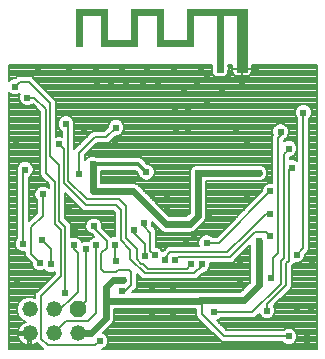
<source format=gbl>
G75*
G70*
%OFA0B0*%
%FSLAX24Y24*%
%IPPOS*%
%LPD*%
%AMOC8*
5,1,8,0,0,1.08239X$1,22.5*
%
%ADD10OC8,0.0520*%
%ADD11C,0.0520*%
%ADD12C,0.0010*%
%ADD13C,0.0120*%
%ADD14C,0.0240*%
%ADD15C,0.0080*%
%ADD16C,0.0240*%
%ADD17C,0.0120*%
%ADD18C,0.0100*%
D10*
X005433Y003388D03*
D11*
X004633Y003388D03*
X003833Y003388D03*
X003833Y002588D03*
X004633Y002588D03*
X005433Y002588D03*
D12*
X010088Y011313D02*
X010088Y013213D01*
X009288Y013213D01*
X009288Y012173D01*
X008088Y012173D01*
X008088Y013213D01*
X007428Y013213D01*
X007428Y012173D01*
X006228Y012173D01*
X006228Y013213D01*
X005568Y013213D01*
X005568Y012173D01*
X005368Y012173D01*
X005368Y013413D01*
X006428Y013413D01*
X006428Y012373D01*
X007228Y012373D01*
X007228Y013413D01*
X008288Y013413D01*
X008288Y012373D01*
X009088Y012373D01*
X009088Y013413D01*
X010288Y013413D01*
X011088Y013413D01*
X011088Y011313D01*
X010738Y011313D01*
X010738Y013213D01*
X010288Y013213D01*
X010288Y013413D01*
X010288Y011313D01*
X010088Y011313D01*
X010088Y011316D02*
X010288Y011316D01*
X010288Y011325D02*
X010088Y011325D01*
X010088Y011333D02*
X010288Y011333D01*
X010288Y011342D02*
X010088Y011342D01*
X010088Y011350D02*
X010288Y011350D01*
X010288Y011359D02*
X010088Y011359D01*
X010088Y011367D02*
X010288Y011367D01*
X010288Y011376D02*
X010088Y011376D01*
X010088Y011384D02*
X010288Y011384D01*
X010288Y011393D02*
X010088Y011393D01*
X010088Y011401D02*
X010288Y011401D01*
X010288Y011410D02*
X010088Y011410D01*
X010088Y011418D02*
X010288Y011418D01*
X010288Y011427D02*
X010088Y011427D01*
X010088Y011435D02*
X010288Y011435D01*
X010288Y011444D02*
X010088Y011444D01*
X010088Y011452D02*
X010288Y011452D01*
X010288Y011461D02*
X010088Y011461D01*
X010088Y011469D02*
X010288Y011469D01*
X010288Y011478D02*
X010088Y011478D01*
X010088Y011486D02*
X010288Y011486D01*
X010288Y011495D02*
X010088Y011495D01*
X010088Y011503D02*
X010288Y011503D01*
X010288Y011512D02*
X010088Y011512D01*
X010088Y011520D02*
X010288Y011520D01*
X010288Y011529D02*
X010088Y011529D01*
X010088Y011537D02*
X010288Y011537D01*
X010288Y011546D02*
X010088Y011546D01*
X010088Y011554D02*
X010288Y011554D01*
X010288Y011563D02*
X010088Y011563D01*
X010088Y011571D02*
X010288Y011571D01*
X010288Y011580D02*
X010088Y011580D01*
X010088Y011588D02*
X010288Y011588D01*
X010288Y011597D02*
X010088Y011597D01*
X010088Y011605D02*
X010288Y011605D01*
X010288Y011614D02*
X010088Y011614D01*
X010088Y011622D02*
X010288Y011622D01*
X010288Y011631D02*
X010088Y011631D01*
X010088Y011639D02*
X010288Y011639D01*
X010288Y011648D02*
X010088Y011648D01*
X010088Y011656D02*
X010288Y011656D01*
X010288Y011665D02*
X010088Y011665D01*
X010088Y011673D02*
X010288Y011673D01*
X010288Y011682D02*
X010088Y011682D01*
X010088Y011690D02*
X010288Y011690D01*
X010288Y011699D02*
X010088Y011699D01*
X010088Y011707D02*
X010288Y011707D01*
X010288Y011716D02*
X010088Y011716D01*
X010088Y011724D02*
X010288Y011724D01*
X010288Y011733D02*
X010088Y011733D01*
X010088Y011741D02*
X010288Y011741D01*
X010288Y011750D02*
X010088Y011750D01*
X010088Y011758D02*
X010288Y011758D01*
X010288Y011767D02*
X010088Y011767D01*
X010088Y011775D02*
X010288Y011775D01*
X010288Y011784D02*
X010088Y011784D01*
X010088Y011792D02*
X010288Y011792D01*
X010288Y011801D02*
X010088Y011801D01*
X010088Y011809D02*
X010288Y011809D01*
X010288Y011818D02*
X010088Y011818D01*
X010088Y011826D02*
X010288Y011826D01*
X010288Y011835D02*
X010088Y011835D01*
X010088Y011843D02*
X010288Y011843D01*
X010288Y011852D02*
X010088Y011852D01*
X010088Y011860D02*
X010288Y011860D01*
X010288Y011869D02*
X010088Y011869D01*
X010088Y011877D02*
X010288Y011877D01*
X010288Y011886D02*
X010088Y011886D01*
X010088Y011894D02*
X010288Y011894D01*
X010288Y011903D02*
X010088Y011903D01*
X010088Y011911D02*
X010288Y011911D01*
X010288Y011920D02*
X010088Y011920D01*
X010088Y011928D02*
X010288Y011928D01*
X010288Y011937D02*
X010088Y011937D01*
X010088Y011945D02*
X010288Y011945D01*
X010288Y011954D02*
X010088Y011954D01*
X010088Y011962D02*
X010288Y011962D01*
X010288Y011971D02*
X010088Y011971D01*
X010088Y011979D02*
X010288Y011979D01*
X010288Y011988D02*
X010088Y011988D01*
X010088Y011996D02*
X010288Y011996D01*
X010288Y012005D02*
X010088Y012005D01*
X010088Y012013D02*
X010288Y012013D01*
X010288Y012022D02*
X010088Y012022D01*
X010088Y012030D02*
X010288Y012030D01*
X010288Y012039D02*
X010088Y012039D01*
X010088Y012047D02*
X010288Y012047D01*
X010288Y012056D02*
X010088Y012056D01*
X010088Y012064D02*
X010288Y012064D01*
X010288Y012073D02*
X010088Y012073D01*
X010088Y012081D02*
X010288Y012081D01*
X010288Y012090D02*
X010088Y012090D01*
X010088Y012098D02*
X010288Y012098D01*
X010288Y012107D02*
X010088Y012107D01*
X010088Y012115D02*
X010288Y012115D01*
X010288Y012124D02*
X010088Y012124D01*
X010088Y012132D02*
X010288Y012132D01*
X010288Y012141D02*
X010088Y012141D01*
X010088Y012149D02*
X010288Y012149D01*
X010288Y012158D02*
X010088Y012158D01*
X010088Y012166D02*
X010288Y012166D01*
X010288Y012175D02*
X010088Y012175D01*
X010088Y012183D02*
X010288Y012183D01*
X010288Y012192D02*
X010088Y012192D01*
X010088Y012200D02*
X010288Y012200D01*
X010288Y012209D02*
X010088Y012209D01*
X010088Y012217D02*
X010288Y012217D01*
X010288Y012226D02*
X010088Y012226D01*
X010088Y012234D02*
X010288Y012234D01*
X010288Y012243D02*
X010088Y012243D01*
X010088Y012251D02*
X010288Y012251D01*
X010288Y012260D02*
X010088Y012260D01*
X010088Y012268D02*
X010288Y012268D01*
X010288Y012277D02*
X010088Y012277D01*
X010088Y012285D02*
X010288Y012285D01*
X010288Y012294D02*
X010088Y012294D01*
X010088Y012302D02*
X010288Y012302D01*
X010288Y012311D02*
X010088Y012311D01*
X010088Y012319D02*
X010288Y012319D01*
X010288Y012328D02*
X010088Y012328D01*
X010088Y012336D02*
X010288Y012336D01*
X010288Y012345D02*
X010088Y012345D01*
X010088Y012353D02*
X010288Y012353D01*
X010288Y012362D02*
X010088Y012362D01*
X010088Y012370D02*
X010288Y012370D01*
X010288Y012379D02*
X010088Y012379D01*
X010088Y012387D02*
X010288Y012387D01*
X010288Y012396D02*
X010088Y012396D01*
X010088Y012404D02*
X010288Y012404D01*
X010288Y012413D02*
X010088Y012413D01*
X010088Y012421D02*
X010288Y012421D01*
X010288Y012430D02*
X010088Y012430D01*
X010088Y012438D02*
X010288Y012438D01*
X010288Y012447D02*
X010088Y012447D01*
X010088Y012455D02*
X010288Y012455D01*
X010288Y012464D02*
X010088Y012464D01*
X010088Y012472D02*
X010288Y012472D01*
X010288Y012481D02*
X010088Y012481D01*
X010088Y012489D02*
X010288Y012489D01*
X010288Y012498D02*
X010088Y012498D01*
X010088Y012506D02*
X010288Y012506D01*
X010288Y012515D02*
X010088Y012515D01*
X010088Y012523D02*
X010288Y012523D01*
X010288Y012532D02*
X010088Y012532D01*
X010088Y012540D02*
X010288Y012540D01*
X010288Y012549D02*
X010088Y012549D01*
X010088Y012557D02*
X010288Y012557D01*
X010288Y012566D02*
X010088Y012566D01*
X010088Y012574D02*
X010288Y012574D01*
X010288Y012583D02*
X010088Y012583D01*
X010088Y012591D02*
X010288Y012591D01*
X010288Y012600D02*
X010088Y012600D01*
X010088Y012608D02*
X010288Y012608D01*
X010288Y012617D02*
X010088Y012617D01*
X010088Y012625D02*
X010288Y012625D01*
X010288Y012634D02*
X010088Y012634D01*
X010088Y012642D02*
X010288Y012642D01*
X010288Y012651D02*
X010088Y012651D01*
X010088Y012659D02*
X010288Y012659D01*
X010288Y012668D02*
X010088Y012668D01*
X010088Y012676D02*
X010288Y012676D01*
X010288Y012685D02*
X010088Y012685D01*
X010088Y012693D02*
X010288Y012693D01*
X010288Y012702D02*
X010088Y012702D01*
X010088Y012710D02*
X010288Y012710D01*
X010288Y012719D02*
X010088Y012719D01*
X010088Y012727D02*
X010288Y012727D01*
X010288Y012736D02*
X010088Y012736D01*
X010088Y012744D02*
X010288Y012744D01*
X010288Y012753D02*
X010088Y012753D01*
X010088Y012761D02*
X010288Y012761D01*
X010288Y012770D02*
X010088Y012770D01*
X010088Y012778D02*
X010288Y012778D01*
X010288Y012787D02*
X010088Y012787D01*
X010088Y012795D02*
X010288Y012795D01*
X010288Y012804D02*
X010088Y012804D01*
X010088Y012812D02*
X010288Y012812D01*
X010288Y012821D02*
X010088Y012821D01*
X010088Y012829D02*
X010288Y012829D01*
X010288Y012838D02*
X010088Y012838D01*
X010088Y012846D02*
X010288Y012846D01*
X010288Y012855D02*
X010088Y012855D01*
X010088Y012863D02*
X010288Y012863D01*
X010288Y012872D02*
X010088Y012872D01*
X010088Y012880D02*
X010288Y012880D01*
X010288Y012889D02*
X010088Y012889D01*
X010088Y012897D02*
X010288Y012897D01*
X010288Y012906D02*
X010088Y012906D01*
X010088Y012914D02*
X010288Y012914D01*
X010288Y012923D02*
X010088Y012923D01*
X010088Y012931D02*
X010288Y012931D01*
X010288Y012940D02*
X010088Y012940D01*
X010088Y012948D02*
X010288Y012948D01*
X010288Y012957D02*
X010088Y012957D01*
X010088Y012965D02*
X010288Y012965D01*
X010288Y012974D02*
X010088Y012974D01*
X010088Y012982D02*
X010288Y012982D01*
X010288Y012991D02*
X010088Y012991D01*
X010088Y012999D02*
X010288Y012999D01*
X010288Y013008D02*
X010088Y013008D01*
X010088Y013016D02*
X010288Y013016D01*
X010288Y013025D02*
X010088Y013025D01*
X010088Y013033D02*
X010288Y013033D01*
X010288Y013042D02*
X010088Y013042D01*
X010088Y013050D02*
X010288Y013050D01*
X010288Y013059D02*
X010088Y013059D01*
X010088Y013067D02*
X010288Y013067D01*
X010288Y013076D02*
X010088Y013076D01*
X010088Y013084D02*
X010288Y013084D01*
X010288Y013093D02*
X010088Y013093D01*
X010088Y013101D02*
X010288Y013101D01*
X010288Y013110D02*
X010088Y013110D01*
X010088Y013118D02*
X010288Y013118D01*
X010288Y013127D02*
X010088Y013127D01*
X010088Y013135D02*
X010288Y013135D01*
X010288Y013144D02*
X010088Y013144D01*
X010088Y013152D02*
X010288Y013152D01*
X010288Y013161D02*
X010088Y013161D01*
X010088Y013169D02*
X010288Y013169D01*
X010288Y013178D02*
X010088Y013178D01*
X010088Y013186D02*
X010288Y013186D01*
X010288Y013195D02*
X010088Y013195D01*
X010088Y013203D02*
X010288Y013203D01*
X010288Y013212D02*
X010088Y013212D01*
X010288Y013220D02*
X011088Y013220D01*
X011088Y013212D02*
X010738Y013212D01*
X010738Y013203D02*
X011088Y013203D01*
X011088Y013195D02*
X010738Y013195D01*
X010738Y013186D02*
X011088Y013186D01*
X011088Y013178D02*
X010738Y013178D01*
X010738Y013169D02*
X011088Y013169D01*
X011088Y013161D02*
X010738Y013161D01*
X010738Y013152D02*
X011088Y013152D01*
X011088Y013144D02*
X010738Y013144D01*
X010738Y013135D02*
X011088Y013135D01*
X011088Y013127D02*
X010738Y013127D01*
X010738Y013118D02*
X011088Y013118D01*
X011088Y013110D02*
X010738Y013110D01*
X010738Y013101D02*
X011088Y013101D01*
X011088Y013093D02*
X010738Y013093D01*
X010738Y013084D02*
X011088Y013084D01*
X011088Y013076D02*
X010738Y013076D01*
X010738Y013067D02*
X011088Y013067D01*
X011088Y013059D02*
X010738Y013059D01*
X010738Y013050D02*
X011088Y013050D01*
X011088Y013042D02*
X010738Y013042D01*
X010738Y013033D02*
X011088Y013033D01*
X011088Y013025D02*
X010738Y013025D01*
X010738Y013016D02*
X011088Y013016D01*
X011088Y013008D02*
X010738Y013008D01*
X010738Y012999D02*
X011088Y012999D01*
X011088Y012991D02*
X010738Y012991D01*
X010738Y012982D02*
X011088Y012982D01*
X011088Y012974D02*
X010738Y012974D01*
X010738Y012965D02*
X011088Y012965D01*
X011088Y012957D02*
X010738Y012957D01*
X010738Y012948D02*
X011088Y012948D01*
X011088Y012940D02*
X010738Y012940D01*
X010738Y012931D02*
X011088Y012931D01*
X011088Y012923D02*
X010738Y012923D01*
X010738Y012914D02*
X011088Y012914D01*
X011088Y012906D02*
X010738Y012906D01*
X010738Y012897D02*
X011088Y012897D01*
X011088Y012889D02*
X010738Y012889D01*
X010738Y012880D02*
X011088Y012880D01*
X011088Y012872D02*
X010738Y012872D01*
X010738Y012863D02*
X011088Y012863D01*
X011088Y012855D02*
X010738Y012855D01*
X010738Y012846D02*
X011088Y012846D01*
X011088Y012838D02*
X010738Y012838D01*
X010738Y012829D02*
X011088Y012829D01*
X011088Y012821D02*
X010738Y012821D01*
X010738Y012812D02*
X011088Y012812D01*
X011088Y012804D02*
X010738Y012804D01*
X010738Y012795D02*
X011088Y012795D01*
X011088Y012787D02*
X010738Y012787D01*
X010738Y012778D02*
X011088Y012778D01*
X011088Y012770D02*
X010738Y012770D01*
X010738Y012761D02*
X011088Y012761D01*
X011088Y012753D02*
X010738Y012753D01*
X010738Y012744D02*
X011088Y012744D01*
X011088Y012736D02*
X010738Y012736D01*
X010738Y012727D02*
X011088Y012727D01*
X011088Y012719D02*
X010738Y012719D01*
X010738Y012710D02*
X011088Y012710D01*
X011088Y012702D02*
X010738Y012702D01*
X010738Y012693D02*
X011088Y012693D01*
X011088Y012685D02*
X010738Y012685D01*
X010738Y012676D02*
X011088Y012676D01*
X011088Y012668D02*
X010738Y012668D01*
X010738Y012659D02*
X011088Y012659D01*
X011088Y012651D02*
X010738Y012651D01*
X010738Y012642D02*
X011088Y012642D01*
X011088Y012634D02*
X010738Y012634D01*
X010738Y012625D02*
X011088Y012625D01*
X011088Y012617D02*
X010738Y012617D01*
X010738Y012608D02*
X011088Y012608D01*
X011088Y012600D02*
X010738Y012600D01*
X010738Y012591D02*
X011088Y012591D01*
X011088Y012583D02*
X010738Y012583D01*
X010738Y012574D02*
X011088Y012574D01*
X011088Y012566D02*
X010738Y012566D01*
X010738Y012557D02*
X011088Y012557D01*
X011088Y012549D02*
X010738Y012549D01*
X010738Y012540D02*
X011088Y012540D01*
X011088Y012532D02*
X010738Y012532D01*
X010738Y012523D02*
X011088Y012523D01*
X011088Y012515D02*
X010738Y012515D01*
X010738Y012506D02*
X011088Y012506D01*
X011088Y012498D02*
X010738Y012498D01*
X010738Y012489D02*
X011088Y012489D01*
X011088Y012481D02*
X010738Y012481D01*
X010738Y012472D02*
X011088Y012472D01*
X011088Y012464D02*
X010738Y012464D01*
X010738Y012455D02*
X011088Y012455D01*
X011088Y012447D02*
X010738Y012447D01*
X010738Y012438D02*
X011088Y012438D01*
X011088Y012430D02*
X010738Y012430D01*
X010738Y012421D02*
X011088Y012421D01*
X011088Y012413D02*
X010738Y012413D01*
X010738Y012404D02*
X011088Y012404D01*
X011088Y012396D02*
X010738Y012396D01*
X010738Y012387D02*
X011088Y012387D01*
X011088Y012379D02*
X010738Y012379D01*
X010738Y012370D02*
X011088Y012370D01*
X011088Y012362D02*
X010738Y012362D01*
X010738Y012353D02*
X011088Y012353D01*
X011088Y012345D02*
X010738Y012345D01*
X010738Y012336D02*
X011088Y012336D01*
X011088Y012328D02*
X010738Y012328D01*
X010738Y012319D02*
X011088Y012319D01*
X011088Y012311D02*
X010738Y012311D01*
X010738Y012302D02*
X011088Y012302D01*
X011088Y012294D02*
X010738Y012294D01*
X010738Y012285D02*
X011088Y012285D01*
X011088Y012277D02*
X010738Y012277D01*
X010738Y012268D02*
X011088Y012268D01*
X011088Y012260D02*
X010738Y012260D01*
X010738Y012251D02*
X011088Y012251D01*
X011088Y012243D02*
X010738Y012243D01*
X010738Y012234D02*
X011088Y012234D01*
X011088Y012226D02*
X010738Y012226D01*
X010738Y012217D02*
X011088Y012217D01*
X011088Y012209D02*
X010738Y012209D01*
X010738Y012200D02*
X011088Y012200D01*
X011088Y012192D02*
X010738Y012192D01*
X010738Y012183D02*
X011088Y012183D01*
X011088Y012175D02*
X010738Y012175D01*
X010738Y012166D02*
X011088Y012166D01*
X011088Y012158D02*
X010738Y012158D01*
X010738Y012149D02*
X011088Y012149D01*
X011088Y012141D02*
X010738Y012141D01*
X010738Y012132D02*
X011088Y012132D01*
X011088Y012124D02*
X010738Y012124D01*
X010738Y012115D02*
X011088Y012115D01*
X011088Y012107D02*
X010738Y012107D01*
X010738Y012098D02*
X011088Y012098D01*
X011088Y012090D02*
X010738Y012090D01*
X010738Y012081D02*
X011088Y012081D01*
X011088Y012073D02*
X010738Y012073D01*
X010738Y012064D02*
X011088Y012064D01*
X011088Y012056D02*
X010738Y012056D01*
X010738Y012047D02*
X011088Y012047D01*
X011088Y012039D02*
X010738Y012039D01*
X010738Y012030D02*
X011088Y012030D01*
X011088Y012022D02*
X010738Y012022D01*
X010738Y012013D02*
X011088Y012013D01*
X011088Y012005D02*
X010738Y012005D01*
X010738Y011996D02*
X011088Y011996D01*
X011088Y011988D02*
X010738Y011988D01*
X010738Y011979D02*
X011088Y011979D01*
X011088Y011971D02*
X010738Y011971D01*
X010738Y011962D02*
X011088Y011962D01*
X011088Y011954D02*
X010738Y011954D01*
X010738Y011945D02*
X011088Y011945D01*
X011088Y011937D02*
X010738Y011937D01*
X010738Y011928D02*
X011088Y011928D01*
X011088Y011920D02*
X010738Y011920D01*
X010738Y011911D02*
X011088Y011911D01*
X011088Y011903D02*
X010738Y011903D01*
X010738Y011894D02*
X011088Y011894D01*
X011088Y011886D02*
X010738Y011886D01*
X010738Y011877D02*
X011088Y011877D01*
X011088Y011869D02*
X010738Y011869D01*
X010738Y011860D02*
X011088Y011860D01*
X011088Y011852D02*
X010738Y011852D01*
X010738Y011843D02*
X011088Y011843D01*
X011088Y011835D02*
X010738Y011835D01*
X010738Y011826D02*
X011088Y011826D01*
X011088Y011818D02*
X010738Y011818D01*
X010738Y011809D02*
X011088Y011809D01*
X011088Y011801D02*
X010738Y011801D01*
X010738Y011792D02*
X011088Y011792D01*
X011088Y011784D02*
X010738Y011784D01*
X010738Y011775D02*
X011088Y011775D01*
X011088Y011767D02*
X010738Y011767D01*
X010738Y011758D02*
X011088Y011758D01*
X011088Y011750D02*
X010738Y011750D01*
X010738Y011741D02*
X011088Y011741D01*
X011088Y011733D02*
X010738Y011733D01*
X010738Y011724D02*
X011088Y011724D01*
X011088Y011716D02*
X010738Y011716D01*
X010738Y011707D02*
X011088Y011707D01*
X011088Y011699D02*
X010738Y011699D01*
X010738Y011690D02*
X011088Y011690D01*
X011088Y011682D02*
X010738Y011682D01*
X010738Y011673D02*
X011088Y011673D01*
X011088Y011665D02*
X010738Y011665D01*
X010738Y011656D02*
X011088Y011656D01*
X011088Y011648D02*
X010738Y011648D01*
X010738Y011639D02*
X011088Y011639D01*
X011088Y011631D02*
X010738Y011631D01*
X010738Y011622D02*
X011088Y011622D01*
X011088Y011614D02*
X010738Y011614D01*
X010738Y011605D02*
X011088Y011605D01*
X011088Y011597D02*
X010738Y011597D01*
X010738Y011588D02*
X011088Y011588D01*
X011088Y011580D02*
X010738Y011580D01*
X010738Y011571D02*
X011088Y011571D01*
X011088Y011563D02*
X010738Y011563D01*
X010738Y011554D02*
X011088Y011554D01*
X011088Y011546D02*
X010738Y011546D01*
X010738Y011537D02*
X011088Y011537D01*
X011088Y011529D02*
X010738Y011529D01*
X010738Y011520D02*
X011088Y011520D01*
X011088Y011512D02*
X010738Y011512D01*
X010738Y011503D02*
X011088Y011503D01*
X011088Y011495D02*
X010738Y011495D01*
X010738Y011486D02*
X011088Y011486D01*
X011088Y011478D02*
X010738Y011478D01*
X010738Y011469D02*
X011088Y011469D01*
X011088Y011461D02*
X010738Y011461D01*
X010738Y011452D02*
X011088Y011452D01*
X011088Y011444D02*
X010738Y011444D01*
X010738Y011435D02*
X011088Y011435D01*
X011088Y011427D02*
X010738Y011427D01*
X010738Y011418D02*
X011088Y011418D01*
X011088Y011410D02*
X010738Y011410D01*
X010738Y011401D02*
X011088Y011401D01*
X011088Y011393D02*
X010738Y011393D01*
X010738Y011384D02*
X011088Y011384D01*
X011088Y011376D02*
X010738Y011376D01*
X010738Y011367D02*
X011088Y011367D01*
X011088Y011359D02*
X010738Y011359D01*
X010738Y011350D02*
X011088Y011350D01*
X011088Y011342D02*
X010738Y011342D01*
X010738Y011333D02*
X011088Y011333D01*
X011088Y011325D02*
X010738Y011325D01*
X010738Y011316D02*
X011088Y011316D01*
X009288Y012175D02*
X008088Y012175D01*
X008088Y012183D02*
X009288Y012183D01*
X009288Y012192D02*
X008088Y012192D01*
X008088Y012200D02*
X009288Y012200D01*
X009288Y012209D02*
X008088Y012209D01*
X008088Y012217D02*
X009288Y012217D01*
X009288Y012226D02*
X008088Y012226D01*
X008088Y012234D02*
X009288Y012234D01*
X009288Y012243D02*
X008088Y012243D01*
X008088Y012251D02*
X009288Y012251D01*
X009288Y012260D02*
X008088Y012260D01*
X008088Y012268D02*
X009288Y012268D01*
X009288Y012277D02*
X008088Y012277D01*
X008088Y012285D02*
X009288Y012285D01*
X009288Y012294D02*
X008088Y012294D01*
X008088Y012302D02*
X009288Y012302D01*
X009288Y012311D02*
X008088Y012311D01*
X008088Y012319D02*
X009288Y012319D01*
X009288Y012328D02*
X008088Y012328D01*
X008088Y012336D02*
X009288Y012336D01*
X009288Y012345D02*
X008088Y012345D01*
X008088Y012353D02*
X009288Y012353D01*
X009288Y012362D02*
X008088Y012362D01*
X008088Y012370D02*
X009288Y012370D01*
X009288Y012379D02*
X009088Y012379D01*
X009088Y012387D02*
X009288Y012387D01*
X009288Y012396D02*
X009088Y012396D01*
X009088Y012404D02*
X009288Y012404D01*
X009288Y012413D02*
X009088Y012413D01*
X009088Y012421D02*
X009288Y012421D01*
X009288Y012430D02*
X009088Y012430D01*
X009088Y012438D02*
X009288Y012438D01*
X009288Y012447D02*
X009088Y012447D01*
X009088Y012455D02*
X009288Y012455D01*
X009288Y012464D02*
X009088Y012464D01*
X009088Y012472D02*
X009288Y012472D01*
X009288Y012481D02*
X009088Y012481D01*
X009088Y012489D02*
X009288Y012489D01*
X009288Y012498D02*
X009088Y012498D01*
X009088Y012506D02*
X009288Y012506D01*
X009288Y012515D02*
X009088Y012515D01*
X009088Y012523D02*
X009288Y012523D01*
X009288Y012532D02*
X009088Y012532D01*
X009088Y012540D02*
X009288Y012540D01*
X009288Y012549D02*
X009088Y012549D01*
X009088Y012557D02*
X009288Y012557D01*
X009288Y012566D02*
X009088Y012566D01*
X009088Y012574D02*
X009288Y012574D01*
X009288Y012583D02*
X009088Y012583D01*
X009088Y012591D02*
X009288Y012591D01*
X009288Y012600D02*
X009088Y012600D01*
X009088Y012608D02*
X009288Y012608D01*
X009288Y012617D02*
X009088Y012617D01*
X009088Y012625D02*
X009288Y012625D01*
X009288Y012634D02*
X009088Y012634D01*
X009088Y012642D02*
X009288Y012642D01*
X009288Y012651D02*
X009088Y012651D01*
X009088Y012659D02*
X009288Y012659D01*
X009288Y012668D02*
X009088Y012668D01*
X009088Y012676D02*
X009288Y012676D01*
X009288Y012685D02*
X009088Y012685D01*
X009088Y012693D02*
X009288Y012693D01*
X009288Y012702D02*
X009088Y012702D01*
X009088Y012710D02*
X009288Y012710D01*
X009288Y012719D02*
X009088Y012719D01*
X009088Y012727D02*
X009288Y012727D01*
X009288Y012736D02*
X009088Y012736D01*
X009088Y012744D02*
X009288Y012744D01*
X009288Y012753D02*
X009088Y012753D01*
X009088Y012761D02*
X009288Y012761D01*
X009288Y012770D02*
X009088Y012770D01*
X009088Y012778D02*
X009288Y012778D01*
X009288Y012787D02*
X009088Y012787D01*
X009088Y012795D02*
X009288Y012795D01*
X009288Y012804D02*
X009088Y012804D01*
X009088Y012812D02*
X009288Y012812D01*
X009288Y012821D02*
X009088Y012821D01*
X009088Y012829D02*
X009288Y012829D01*
X009288Y012838D02*
X009088Y012838D01*
X009088Y012846D02*
X009288Y012846D01*
X009288Y012855D02*
X009088Y012855D01*
X009088Y012863D02*
X009288Y012863D01*
X009288Y012872D02*
X009088Y012872D01*
X009088Y012880D02*
X009288Y012880D01*
X009288Y012889D02*
X009088Y012889D01*
X009088Y012897D02*
X009288Y012897D01*
X009288Y012906D02*
X009088Y012906D01*
X009088Y012914D02*
X009288Y012914D01*
X009288Y012923D02*
X009088Y012923D01*
X009088Y012931D02*
X009288Y012931D01*
X009288Y012940D02*
X009088Y012940D01*
X009088Y012948D02*
X009288Y012948D01*
X009288Y012957D02*
X009088Y012957D01*
X009088Y012965D02*
X009288Y012965D01*
X009288Y012974D02*
X009088Y012974D01*
X009088Y012982D02*
X009288Y012982D01*
X009288Y012991D02*
X009088Y012991D01*
X009088Y012999D02*
X009288Y012999D01*
X009288Y013008D02*
X009088Y013008D01*
X009088Y013016D02*
X009288Y013016D01*
X009288Y013025D02*
X009088Y013025D01*
X009088Y013033D02*
X009288Y013033D01*
X009288Y013042D02*
X009088Y013042D01*
X009088Y013050D02*
X009288Y013050D01*
X009288Y013059D02*
X009088Y013059D01*
X009088Y013067D02*
X009288Y013067D01*
X009288Y013076D02*
X009088Y013076D01*
X009088Y013084D02*
X009288Y013084D01*
X009288Y013093D02*
X009088Y013093D01*
X009088Y013101D02*
X009288Y013101D01*
X009288Y013110D02*
X009088Y013110D01*
X009088Y013118D02*
X009288Y013118D01*
X009288Y013127D02*
X009088Y013127D01*
X009088Y013135D02*
X009288Y013135D01*
X009288Y013144D02*
X009088Y013144D01*
X009088Y013152D02*
X009288Y013152D01*
X009288Y013161D02*
X009088Y013161D01*
X009088Y013169D02*
X009288Y013169D01*
X009288Y013178D02*
X009088Y013178D01*
X009088Y013186D02*
X009288Y013186D01*
X009288Y013195D02*
X009088Y013195D01*
X009088Y013203D02*
X009288Y013203D01*
X009288Y013212D02*
X009088Y013212D01*
X009088Y013220D02*
X010288Y013220D01*
X010288Y013229D02*
X011088Y013229D01*
X011088Y013237D02*
X010288Y013237D01*
X009088Y013237D01*
X009088Y013229D02*
X010288Y013229D01*
X010288Y013246D02*
X011088Y013246D01*
X011088Y013254D02*
X010288Y013254D01*
X009088Y013254D01*
X009088Y013246D02*
X010288Y013246D01*
X010288Y013263D02*
X011088Y013263D01*
X011088Y013271D02*
X010288Y013271D01*
X009088Y013271D01*
X009088Y013263D02*
X010288Y013263D01*
X010288Y013280D02*
X011088Y013280D01*
X011088Y013288D02*
X010288Y013288D01*
X009088Y013288D01*
X009088Y013280D02*
X010288Y013280D01*
X010288Y013297D02*
X011088Y013297D01*
X011088Y013305D02*
X010288Y013305D01*
X009088Y013305D01*
X009088Y013297D02*
X010288Y013297D01*
X010288Y013314D02*
X011088Y013314D01*
X011088Y013322D02*
X010288Y013322D01*
X009088Y013322D01*
X009088Y013314D02*
X010288Y013314D01*
X010288Y013331D02*
X011088Y013331D01*
X011088Y013339D02*
X010288Y013339D01*
X009088Y013339D01*
X009088Y013331D02*
X010288Y013331D01*
X010288Y013348D02*
X011088Y013348D01*
X011088Y013356D02*
X010288Y013356D01*
X009088Y013356D01*
X009088Y013348D02*
X010288Y013348D01*
X010288Y013365D02*
X011088Y013365D01*
X011088Y013373D02*
X010288Y013373D01*
X009088Y013373D01*
X009088Y013365D02*
X010288Y013365D01*
X010288Y013382D02*
X011088Y013382D01*
X011088Y013390D02*
X010288Y013390D01*
X009088Y013390D01*
X009088Y013382D02*
X010288Y013382D01*
X010288Y013399D02*
X011088Y013399D01*
X011088Y013407D02*
X010288Y013407D01*
X009088Y013407D01*
X009088Y013399D02*
X010288Y013399D01*
X008288Y013399D02*
X007228Y013399D01*
X007228Y013407D02*
X008288Y013407D01*
X008288Y013390D02*
X007228Y013390D01*
X007228Y013382D02*
X008288Y013382D01*
X008288Y013373D02*
X007228Y013373D01*
X007228Y013365D02*
X008288Y013365D01*
X008288Y013356D02*
X007228Y013356D01*
X007228Y013348D02*
X008288Y013348D01*
X008288Y013339D02*
X007228Y013339D01*
X007228Y013331D02*
X008288Y013331D01*
X008288Y013322D02*
X007228Y013322D01*
X007228Y013314D02*
X008288Y013314D01*
X008288Y013305D02*
X007228Y013305D01*
X007228Y013297D02*
X008288Y013297D01*
X008288Y013288D02*
X007228Y013288D01*
X007228Y013280D02*
X008288Y013280D01*
X008288Y013271D02*
X007228Y013271D01*
X007228Y013263D02*
X008288Y013263D01*
X008288Y013254D02*
X007228Y013254D01*
X007228Y013246D02*
X008288Y013246D01*
X008288Y013237D02*
X007228Y013237D01*
X007228Y013229D02*
X008288Y013229D01*
X008288Y013220D02*
X007228Y013220D01*
X007228Y013212D02*
X007428Y013212D01*
X007428Y013203D02*
X007228Y013203D01*
X007228Y013195D02*
X007428Y013195D01*
X007428Y013186D02*
X007228Y013186D01*
X007228Y013178D02*
X007428Y013178D01*
X007428Y013169D02*
X007228Y013169D01*
X007228Y013161D02*
X007428Y013161D01*
X007428Y013152D02*
X007228Y013152D01*
X007228Y013144D02*
X007428Y013144D01*
X007428Y013135D02*
X007228Y013135D01*
X007228Y013127D02*
X007428Y013127D01*
X007428Y013118D02*
X007228Y013118D01*
X007228Y013110D02*
X007428Y013110D01*
X007428Y013101D02*
X007228Y013101D01*
X007228Y013093D02*
X007428Y013093D01*
X007428Y013084D02*
X007228Y013084D01*
X007228Y013076D02*
X007428Y013076D01*
X007428Y013067D02*
X007228Y013067D01*
X007228Y013059D02*
X007428Y013059D01*
X007428Y013050D02*
X007228Y013050D01*
X007228Y013042D02*
X007428Y013042D01*
X007428Y013033D02*
X007228Y013033D01*
X007228Y013025D02*
X007428Y013025D01*
X007428Y013016D02*
X007228Y013016D01*
X007228Y013008D02*
X007428Y013008D01*
X007428Y012999D02*
X007228Y012999D01*
X007228Y012991D02*
X007428Y012991D01*
X007428Y012982D02*
X007228Y012982D01*
X007228Y012974D02*
X007428Y012974D01*
X007428Y012965D02*
X007228Y012965D01*
X007228Y012957D02*
X007428Y012957D01*
X007428Y012948D02*
X007228Y012948D01*
X007228Y012940D02*
X007428Y012940D01*
X007428Y012931D02*
X007228Y012931D01*
X007228Y012923D02*
X007428Y012923D01*
X007428Y012914D02*
X007228Y012914D01*
X007228Y012906D02*
X007428Y012906D01*
X007428Y012897D02*
X007228Y012897D01*
X007228Y012889D02*
X007428Y012889D01*
X007428Y012880D02*
X007228Y012880D01*
X007228Y012872D02*
X007428Y012872D01*
X007428Y012863D02*
X007228Y012863D01*
X007228Y012855D02*
X007428Y012855D01*
X007428Y012846D02*
X007228Y012846D01*
X007228Y012838D02*
X007428Y012838D01*
X007428Y012829D02*
X007228Y012829D01*
X007228Y012821D02*
X007428Y012821D01*
X007428Y012812D02*
X007228Y012812D01*
X007228Y012804D02*
X007428Y012804D01*
X007428Y012795D02*
X007228Y012795D01*
X007228Y012787D02*
X007428Y012787D01*
X007428Y012778D02*
X007228Y012778D01*
X007228Y012770D02*
X007428Y012770D01*
X007428Y012761D02*
X007228Y012761D01*
X007228Y012753D02*
X007428Y012753D01*
X007428Y012744D02*
X007228Y012744D01*
X007228Y012736D02*
X007428Y012736D01*
X007428Y012727D02*
X007228Y012727D01*
X007228Y012719D02*
X007428Y012719D01*
X007428Y012710D02*
X007228Y012710D01*
X007228Y012702D02*
X007428Y012702D01*
X007428Y012693D02*
X007228Y012693D01*
X007228Y012685D02*
X007428Y012685D01*
X007428Y012676D02*
X007228Y012676D01*
X007228Y012668D02*
X007428Y012668D01*
X007428Y012659D02*
X007228Y012659D01*
X007228Y012651D02*
X007428Y012651D01*
X007428Y012642D02*
X007228Y012642D01*
X007228Y012634D02*
X007428Y012634D01*
X007428Y012625D02*
X007228Y012625D01*
X007228Y012617D02*
X007428Y012617D01*
X007428Y012608D02*
X007228Y012608D01*
X007228Y012600D02*
X007428Y012600D01*
X007428Y012591D02*
X007228Y012591D01*
X007228Y012583D02*
X007428Y012583D01*
X007428Y012574D02*
X007228Y012574D01*
X007228Y012566D02*
X007428Y012566D01*
X007428Y012557D02*
X007228Y012557D01*
X007228Y012549D02*
X007428Y012549D01*
X007428Y012540D02*
X007228Y012540D01*
X007228Y012532D02*
X007428Y012532D01*
X007428Y012523D02*
X007228Y012523D01*
X007228Y012515D02*
X007428Y012515D01*
X007428Y012506D02*
X007228Y012506D01*
X007228Y012498D02*
X007428Y012498D01*
X007428Y012489D02*
X007228Y012489D01*
X007228Y012481D02*
X007428Y012481D01*
X007428Y012472D02*
X007228Y012472D01*
X007228Y012464D02*
X007428Y012464D01*
X007428Y012455D02*
X007228Y012455D01*
X007228Y012447D02*
X007428Y012447D01*
X007428Y012438D02*
X007228Y012438D01*
X007228Y012430D02*
X007428Y012430D01*
X007428Y012421D02*
X007228Y012421D01*
X007228Y012413D02*
X007428Y012413D01*
X007428Y012404D02*
X007228Y012404D01*
X007228Y012396D02*
X007428Y012396D01*
X007428Y012387D02*
X007228Y012387D01*
X007228Y012379D02*
X007428Y012379D01*
X007428Y012370D02*
X006228Y012370D01*
X006228Y012362D02*
X007428Y012362D01*
X007428Y012353D02*
X006228Y012353D01*
X006228Y012345D02*
X007428Y012345D01*
X007428Y012336D02*
X006228Y012336D01*
X006228Y012328D02*
X007428Y012328D01*
X007428Y012319D02*
X006228Y012319D01*
X006228Y012311D02*
X007428Y012311D01*
X007428Y012302D02*
X006228Y012302D01*
X006228Y012294D02*
X007428Y012294D01*
X007428Y012285D02*
X006228Y012285D01*
X006228Y012277D02*
X007428Y012277D01*
X007428Y012268D02*
X006228Y012268D01*
X006228Y012260D02*
X007428Y012260D01*
X007428Y012251D02*
X006228Y012251D01*
X006228Y012243D02*
X007428Y012243D01*
X007428Y012234D02*
X006228Y012234D01*
X006228Y012226D02*
X007428Y012226D01*
X007428Y012217D02*
X006228Y012217D01*
X006228Y012209D02*
X007428Y012209D01*
X007428Y012200D02*
X006228Y012200D01*
X006228Y012192D02*
X007428Y012192D01*
X007428Y012183D02*
X006228Y012183D01*
X006228Y012175D02*
X007428Y012175D01*
X008088Y012379D02*
X008288Y012379D01*
X008288Y012387D02*
X008088Y012387D01*
X008088Y012396D02*
X008288Y012396D01*
X008288Y012404D02*
X008088Y012404D01*
X008088Y012413D02*
X008288Y012413D01*
X008288Y012421D02*
X008088Y012421D01*
X008088Y012430D02*
X008288Y012430D01*
X008288Y012438D02*
X008088Y012438D01*
X008088Y012447D02*
X008288Y012447D01*
X008288Y012455D02*
X008088Y012455D01*
X008088Y012464D02*
X008288Y012464D01*
X008288Y012472D02*
X008088Y012472D01*
X008088Y012481D02*
X008288Y012481D01*
X008288Y012489D02*
X008088Y012489D01*
X008088Y012498D02*
X008288Y012498D01*
X008288Y012506D02*
X008088Y012506D01*
X008088Y012515D02*
X008288Y012515D01*
X008288Y012523D02*
X008088Y012523D01*
X008088Y012532D02*
X008288Y012532D01*
X008288Y012540D02*
X008088Y012540D01*
X008088Y012549D02*
X008288Y012549D01*
X008288Y012557D02*
X008088Y012557D01*
X008088Y012566D02*
X008288Y012566D01*
X008288Y012574D02*
X008088Y012574D01*
X008088Y012583D02*
X008288Y012583D01*
X008288Y012591D02*
X008088Y012591D01*
X008088Y012600D02*
X008288Y012600D01*
X008288Y012608D02*
X008088Y012608D01*
X008088Y012617D02*
X008288Y012617D01*
X008288Y012625D02*
X008088Y012625D01*
X008088Y012634D02*
X008288Y012634D01*
X008288Y012642D02*
X008088Y012642D01*
X008088Y012651D02*
X008288Y012651D01*
X008288Y012659D02*
X008088Y012659D01*
X008088Y012668D02*
X008288Y012668D01*
X008288Y012676D02*
X008088Y012676D01*
X008088Y012685D02*
X008288Y012685D01*
X008288Y012693D02*
X008088Y012693D01*
X008088Y012702D02*
X008288Y012702D01*
X008288Y012710D02*
X008088Y012710D01*
X008088Y012719D02*
X008288Y012719D01*
X008288Y012727D02*
X008088Y012727D01*
X008088Y012736D02*
X008288Y012736D01*
X008288Y012744D02*
X008088Y012744D01*
X008088Y012753D02*
X008288Y012753D01*
X008288Y012761D02*
X008088Y012761D01*
X008088Y012770D02*
X008288Y012770D01*
X008288Y012778D02*
X008088Y012778D01*
X008088Y012787D02*
X008288Y012787D01*
X008288Y012795D02*
X008088Y012795D01*
X008088Y012804D02*
X008288Y012804D01*
X008288Y012812D02*
X008088Y012812D01*
X008088Y012821D02*
X008288Y012821D01*
X008288Y012829D02*
X008088Y012829D01*
X008088Y012838D02*
X008288Y012838D01*
X008288Y012846D02*
X008088Y012846D01*
X008088Y012855D02*
X008288Y012855D01*
X008288Y012863D02*
X008088Y012863D01*
X008088Y012872D02*
X008288Y012872D01*
X008288Y012880D02*
X008088Y012880D01*
X008088Y012889D02*
X008288Y012889D01*
X008288Y012897D02*
X008088Y012897D01*
X008088Y012906D02*
X008288Y012906D01*
X008288Y012914D02*
X008088Y012914D01*
X008088Y012923D02*
X008288Y012923D01*
X008288Y012931D02*
X008088Y012931D01*
X008088Y012940D02*
X008288Y012940D01*
X008288Y012948D02*
X008088Y012948D01*
X008088Y012957D02*
X008288Y012957D01*
X008288Y012965D02*
X008088Y012965D01*
X008088Y012974D02*
X008288Y012974D01*
X008288Y012982D02*
X008088Y012982D01*
X008088Y012991D02*
X008288Y012991D01*
X008288Y012999D02*
X008088Y012999D01*
X008088Y013008D02*
X008288Y013008D01*
X008288Y013016D02*
X008088Y013016D01*
X008088Y013025D02*
X008288Y013025D01*
X008288Y013033D02*
X008088Y013033D01*
X008088Y013042D02*
X008288Y013042D01*
X008288Y013050D02*
X008088Y013050D01*
X008088Y013059D02*
X008288Y013059D01*
X008288Y013067D02*
X008088Y013067D01*
X008088Y013076D02*
X008288Y013076D01*
X008288Y013084D02*
X008088Y013084D01*
X008088Y013093D02*
X008288Y013093D01*
X008288Y013101D02*
X008088Y013101D01*
X008088Y013110D02*
X008288Y013110D01*
X008288Y013118D02*
X008088Y013118D01*
X008088Y013127D02*
X008288Y013127D01*
X008288Y013135D02*
X008088Y013135D01*
X008088Y013144D02*
X008288Y013144D01*
X008288Y013152D02*
X008088Y013152D01*
X008088Y013161D02*
X008288Y013161D01*
X008288Y013169D02*
X008088Y013169D01*
X008088Y013178D02*
X008288Y013178D01*
X008288Y013186D02*
X008088Y013186D01*
X008088Y013195D02*
X008288Y013195D01*
X008288Y013203D02*
X008088Y013203D01*
X008088Y013212D02*
X008288Y013212D01*
X006428Y013212D02*
X006228Y013212D01*
X006228Y013203D02*
X006428Y013203D01*
X006428Y013195D02*
X006228Y013195D01*
X006228Y013186D02*
X006428Y013186D01*
X006428Y013178D02*
X006228Y013178D01*
X006228Y013169D02*
X006428Y013169D01*
X006428Y013161D02*
X006228Y013161D01*
X006228Y013152D02*
X006428Y013152D01*
X006428Y013144D02*
X006228Y013144D01*
X006228Y013135D02*
X006428Y013135D01*
X006428Y013127D02*
X006228Y013127D01*
X006228Y013118D02*
X006428Y013118D01*
X006428Y013110D02*
X006228Y013110D01*
X006228Y013101D02*
X006428Y013101D01*
X006428Y013093D02*
X006228Y013093D01*
X006228Y013084D02*
X006428Y013084D01*
X006428Y013076D02*
X006228Y013076D01*
X006228Y013067D02*
X006428Y013067D01*
X006428Y013059D02*
X006228Y013059D01*
X006228Y013050D02*
X006428Y013050D01*
X006428Y013042D02*
X006228Y013042D01*
X006228Y013033D02*
X006428Y013033D01*
X006428Y013025D02*
X006228Y013025D01*
X006228Y013016D02*
X006428Y013016D01*
X006428Y013008D02*
X006228Y013008D01*
X006228Y012999D02*
X006428Y012999D01*
X006428Y012991D02*
X006228Y012991D01*
X006228Y012982D02*
X006428Y012982D01*
X006428Y012974D02*
X006228Y012974D01*
X006228Y012965D02*
X006428Y012965D01*
X006428Y012957D02*
X006228Y012957D01*
X006228Y012948D02*
X006428Y012948D01*
X006428Y012940D02*
X006228Y012940D01*
X006228Y012931D02*
X006428Y012931D01*
X006428Y012923D02*
X006228Y012923D01*
X006228Y012914D02*
X006428Y012914D01*
X006428Y012906D02*
X006228Y012906D01*
X006228Y012897D02*
X006428Y012897D01*
X006428Y012889D02*
X006228Y012889D01*
X006228Y012880D02*
X006428Y012880D01*
X006428Y012872D02*
X006228Y012872D01*
X006228Y012863D02*
X006428Y012863D01*
X006428Y012855D02*
X006228Y012855D01*
X006228Y012846D02*
X006428Y012846D01*
X006428Y012838D02*
X006228Y012838D01*
X006228Y012829D02*
X006428Y012829D01*
X006428Y012821D02*
X006228Y012821D01*
X006228Y012812D02*
X006428Y012812D01*
X006428Y012804D02*
X006228Y012804D01*
X006228Y012795D02*
X006428Y012795D01*
X006428Y012787D02*
X006228Y012787D01*
X006228Y012778D02*
X006428Y012778D01*
X006428Y012770D02*
X006228Y012770D01*
X006228Y012761D02*
X006428Y012761D01*
X006428Y012753D02*
X006228Y012753D01*
X006228Y012744D02*
X006428Y012744D01*
X006428Y012736D02*
X006228Y012736D01*
X006228Y012727D02*
X006428Y012727D01*
X006428Y012719D02*
X006228Y012719D01*
X006228Y012710D02*
X006428Y012710D01*
X006428Y012702D02*
X006228Y012702D01*
X006228Y012693D02*
X006428Y012693D01*
X006428Y012685D02*
X006228Y012685D01*
X006228Y012676D02*
X006428Y012676D01*
X006428Y012668D02*
X006228Y012668D01*
X006228Y012659D02*
X006428Y012659D01*
X006428Y012651D02*
X006228Y012651D01*
X006228Y012642D02*
X006428Y012642D01*
X006428Y012634D02*
X006228Y012634D01*
X006228Y012625D02*
X006428Y012625D01*
X006428Y012617D02*
X006228Y012617D01*
X006228Y012608D02*
X006428Y012608D01*
X006428Y012600D02*
X006228Y012600D01*
X006228Y012591D02*
X006428Y012591D01*
X006428Y012583D02*
X006228Y012583D01*
X006228Y012574D02*
X006428Y012574D01*
X006428Y012566D02*
X006228Y012566D01*
X006228Y012557D02*
X006428Y012557D01*
X006428Y012549D02*
X006228Y012549D01*
X006228Y012540D02*
X006428Y012540D01*
X006428Y012532D02*
X006228Y012532D01*
X006228Y012523D02*
X006428Y012523D01*
X006428Y012515D02*
X006228Y012515D01*
X006228Y012506D02*
X006428Y012506D01*
X006428Y012498D02*
X006228Y012498D01*
X006228Y012489D02*
X006428Y012489D01*
X006428Y012481D02*
X006228Y012481D01*
X006228Y012472D02*
X006428Y012472D01*
X006428Y012464D02*
X006228Y012464D01*
X006228Y012455D02*
X006428Y012455D01*
X006428Y012447D02*
X006228Y012447D01*
X006228Y012438D02*
X006428Y012438D01*
X006428Y012430D02*
X006228Y012430D01*
X006228Y012421D02*
X006428Y012421D01*
X006428Y012413D02*
X006228Y012413D01*
X006228Y012404D02*
X006428Y012404D01*
X006428Y012396D02*
X006228Y012396D01*
X006228Y012387D02*
X006428Y012387D01*
X006428Y012379D02*
X006228Y012379D01*
X005568Y012379D02*
X005368Y012379D01*
X005368Y012387D02*
X005568Y012387D01*
X005568Y012396D02*
X005368Y012396D01*
X005368Y012404D02*
X005568Y012404D01*
X005568Y012413D02*
X005368Y012413D01*
X005368Y012421D02*
X005568Y012421D01*
X005568Y012430D02*
X005368Y012430D01*
X005368Y012438D02*
X005568Y012438D01*
X005568Y012447D02*
X005368Y012447D01*
X005368Y012455D02*
X005568Y012455D01*
X005568Y012464D02*
X005368Y012464D01*
X005368Y012472D02*
X005568Y012472D01*
X005568Y012481D02*
X005368Y012481D01*
X005368Y012489D02*
X005568Y012489D01*
X005568Y012498D02*
X005368Y012498D01*
X005368Y012506D02*
X005568Y012506D01*
X005568Y012515D02*
X005368Y012515D01*
X005368Y012523D02*
X005568Y012523D01*
X005568Y012532D02*
X005368Y012532D01*
X005368Y012540D02*
X005568Y012540D01*
X005568Y012549D02*
X005368Y012549D01*
X005368Y012557D02*
X005568Y012557D01*
X005568Y012566D02*
X005368Y012566D01*
X005368Y012574D02*
X005568Y012574D01*
X005568Y012583D02*
X005368Y012583D01*
X005368Y012591D02*
X005568Y012591D01*
X005568Y012600D02*
X005368Y012600D01*
X005368Y012608D02*
X005568Y012608D01*
X005568Y012617D02*
X005368Y012617D01*
X005368Y012625D02*
X005568Y012625D01*
X005568Y012634D02*
X005368Y012634D01*
X005368Y012642D02*
X005568Y012642D01*
X005568Y012651D02*
X005368Y012651D01*
X005368Y012659D02*
X005568Y012659D01*
X005568Y012668D02*
X005368Y012668D01*
X005368Y012676D02*
X005568Y012676D01*
X005568Y012685D02*
X005368Y012685D01*
X005368Y012693D02*
X005568Y012693D01*
X005568Y012702D02*
X005368Y012702D01*
X005368Y012710D02*
X005568Y012710D01*
X005568Y012719D02*
X005368Y012719D01*
X005368Y012727D02*
X005568Y012727D01*
X005568Y012736D02*
X005368Y012736D01*
X005368Y012744D02*
X005568Y012744D01*
X005568Y012753D02*
X005368Y012753D01*
X005368Y012761D02*
X005568Y012761D01*
X005568Y012770D02*
X005368Y012770D01*
X005368Y012778D02*
X005568Y012778D01*
X005568Y012787D02*
X005368Y012787D01*
X005368Y012795D02*
X005568Y012795D01*
X005568Y012804D02*
X005368Y012804D01*
X005368Y012812D02*
X005568Y012812D01*
X005568Y012821D02*
X005368Y012821D01*
X005368Y012829D02*
X005568Y012829D01*
X005568Y012838D02*
X005368Y012838D01*
X005368Y012846D02*
X005568Y012846D01*
X005568Y012855D02*
X005368Y012855D01*
X005368Y012863D02*
X005568Y012863D01*
X005568Y012872D02*
X005368Y012872D01*
X005368Y012880D02*
X005568Y012880D01*
X005568Y012889D02*
X005368Y012889D01*
X005368Y012897D02*
X005568Y012897D01*
X005568Y012906D02*
X005368Y012906D01*
X005368Y012914D02*
X005568Y012914D01*
X005568Y012923D02*
X005368Y012923D01*
X005368Y012931D02*
X005568Y012931D01*
X005568Y012940D02*
X005368Y012940D01*
X005368Y012948D02*
X005568Y012948D01*
X005568Y012957D02*
X005368Y012957D01*
X005368Y012965D02*
X005568Y012965D01*
X005568Y012974D02*
X005368Y012974D01*
X005368Y012982D02*
X005568Y012982D01*
X005568Y012991D02*
X005368Y012991D01*
X005368Y012999D02*
X005568Y012999D01*
X005568Y013008D02*
X005368Y013008D01*
X005368Y013016D02*
X005568Y013016D01*
X005568Y013025D02*
X005368Y013025D01*
X005368Y013033D02*
X005568Y013033D01*
X005568Y013042D02*
X005368Y013042D01*
X005368Y013050D02*
X005568Y013050D01*
X005568Y013059D02*
X005368Y013059D01*
X005368Y013067D02*
X005568Y013067D01*
X005568Y013076D02*
X005368Y013076D01*
X005368Y013084D02*
X005568Y013084D01*
X005568Y013093D02*
X005368Y013093D01*
X005368Y013101D02*
X005568Y013101D01*
X005568Y013110D02*
X005368Y013110D01*
X005368Y013118D02*
X005568Y013118D01*
X005568Y013127D02*
X005368Y013127D01*
X005368Y013135D02*
X005568Y013135D01*
X005568Y013144D02*
X005368Y013144D01*
X005368Y013152D02*
X005568Y013152D01*
X005568Y013161D02*
X005368Y013161D01*
X005368Y013169D02*
X005568Y013169D01*
X005568Y013178D02*
X005368Y013178D01*
X005368Y013186D02*
X005568Y013186D01*
X005568Y013195D02*
X005368Y013195D01*
X005368Y013203D02*
X005568Y013203D01*
X005568Y013212D02*
X005368Y013212D01*
X005368Y013220D02*
X006428Y013220D01*
X006428Y013229D02*
X005368Y013229D01*
X005368Y013237D02*
X006428Y013237D01*
X006428Y013246D02*
X005368Y013246D01*
X005368Y013254D02*
X006428Y013254D01*
X006428Y013263D02*
X005368Y013263D01*
X005368Y013271D02*
X006428Y013271D01*
X006428Y013280D02*
X005368Y013280D01*
X005368Y013288D02*
X006428Y013288D01*
X006428Y013297D02*
X005368Y013297D01*
X005368Y013305D02*
X006428Y013305D01*
X006428Y013314D02*
X005368Y013314D01*
X005368Y013322D02*
X006428Y013322D01*
X006428Y013331D02*
X005368Y013331D01*
X005368Y013339D02*
X006428Y013339D01*
X006428Y013348D02*
X005368Y013348D01*
X005368Y013356D02*
X006428Y013356D01*
X006428Y013365D02*
X005368Y013365D01*
X005368Y013373D02*
X006428Y013373D01*
X006428Y013382D02*
X005368Y013382D01*
X005368Y013390D02*
X006428Y013390D01*
X006428Y013399D02*
X005368Y013399D01*
X005368Y013407D02*
X006428Y013407D01*
X005568Y012370D02*
X005368Y012370D01*
X005368Y012362D02*
X005568Y012362D01*
X005568Y012353D02*
X005368Y012353D01*
X005368Y012345D02*
X005568Y012345D01*
X005568Y012336D02*
X005368Y012336D01*
X005368Y012328D02*
X005568Y012328D01*
X005568Y012319D02*
X005368Y012319D01*
X005368Y012311D02*
X005568Y012311D01*
X005568Y012302D02*
X005368Y012302D01*
X005368Y012294D02*
X005568Y012294D01*
X005568Y012285D02*
X005368Y012285D01*
X005368Y012277D02*
X005568Y012277D01*
X005568Y012268D02*
X005368Y012268D01*
X005368Y012260D02*
X005568Y012260D01*
X005568Y012251D02*
X005368Y012251D01*
X005368Y012243D02*
X005568Y012243D01*
X005568Y012234D02*
X005368Y012234D01*
X005368Y012226D02*
X005568Y012226D01*
X005568Y012217D02*
X005368Y012217D01*
X005368Y012209D02*
X005568Y012209D01*
X005568Y012200D02*
X005368Y012200D01*
X005368Y012192D02*
X005568Y012192D01*
X005568Y012183D02*
X005368Y012183D01*
X005368Y012175D02*
X005568Y012175D01*
D13*
X010188Y011413D03*
X010908Y011413D03*
D14*
X011475Y007938D02*
X009450Y007938D01*
X009450Y006500D01*
X009438Y006488D01*
X009175Y006225D01*
X008375Y006225D01*
X007275Y007325D01*
X005938Y007325D01*
X005938Y008238D01*
X006600Y004363D02*
X006938Y004363D01*
X006600Y004363D02*
X006375Y004138D01*
X006375Y003675D01*
X009561Y003675D01*
X009573Y003688D01*
X009575Y003689D01*
X009577Y003688D01*
X010975Y003688D01*
X011475Y004188D01*
X011475Y005675D01*
X006375Y003675D02*
X006375Y003088D01*
X005875Y002588D01*
X005433Y002588D01*
D15*
X003147Y002060D02*
X003147Y010619D01*
X003191Y010575D01*
X003294Y010533D01*
X003406Y010533D01*
X003509Y010575D01*
X003513Y010580D01*
X003483Y010506D01*
X003483Y010394D01*
X003525Y010291D01*
X003604Y010213D01*
X003707Y010170D01*
X003818Y010170D01*
X003921Y010213D01*
X003932Y010223D01*
X004175Y009980D01*
X004175Y007855D01*
X004292Y007738D01*
X003825Y007738D01*
X003825Y007804D02*
X003825Y006345D01*
X004075Y006595D01*
X004075Y007029D01*
X004038Y007066D01*
X003995Y007169D01*
X003995Y007281D01*
X004038Y007384D01*
X004116Y007462D01*
X004219Y007505D01*
X004331Y007505D01*
X004434Y007462D01*
X004475Y007421D01*
X004475Y007555D01*
X004292Y007738D01*
X004214Y007816D02*
X003849Y007816D01*
X003846Y007813D02*
X003925Y007891D01*
X003967Y007994D01*
X003967Y008106D01*
X003925Y008209D01*
X003846Y008287D01*
X003743Y008330D01*
X003632Y008330D01*
X003529Y008287D01*
X003450Y008209D01*
X003408Y008106D01*
X003408Y007994D01*
X003425Y007952D01*
X003425Y005771D01*
X003388Y005734D01*
X003345Y005631D01*
X003345Y005519D01*
X003388Y005416D01*
X003466Y005338D01*
X003569Y005295D01*
X003681Y005295D01*
X003688Y005298D01*
X003688Y005155D01*
X003805Y005038D01*
X003908Y004935D01*
X003908Y004882D01*
X003950Y004779D01*
X004029Y004700D01*
X004132Y004658D01*
X004243Y004658D01*
X004343Y004699D01*
X004391Y004650D01*
X004494Y004608D01*
X004606Y004608D01*
X004675Y004636D01*
X004675Y004570D01*
X004150Y004045D01*
X004025Y003920D01*
X004025Y003762D01*
X003916Y003807D01*
X003749Y003807D01*
X003595Y003744D01*
X003476Y003625D01*
X003413Y003471D01*
X003413Y003304D01*
X003476Y003150D01*
X003595Y003031D01*
X003731Y002975D01*
X003716Y002972D01*
X003643Y002942D01*
X003578Y002898D01*
X003522Y002842D01*
X003478Y002777D01*
X003448Y002704D01*
X003433Y002627D01*
X003792Y002627D01*
X003792Y002548D01*
X003433Y002548D01*
X003448Y002471D01*
X003478Y002398D01*
X003522Y002333D01*
X003578Y002277D01*
X003643Y002233D01*
X003716Y002203D01*
X003793Y002188D01*
X003793Y002547D01*
X003872Y002547D01*
X003872Y002188D01*
X003949Y002203D01*
X004022Y002233D01*
X004082Y002273D01*
X004142Y002213D01*
X004295Y002060D01*
X003147Y002060D01*
X003147Y002085D02*
X004269Y002085D01*
X004191Y002164D02*
X003147Y002164D01*
X003147Y002242D02*
X003629Y002242D01*
X003533Y002321D02*
X003147Y002321D01*
X003147Y002399D02*
X003477Y002399D01*
X003446Y002478D02*
X003147Y002478D01*
X003147Y002556D02*
X003792Y002556D01*
X003793Y002478D02*
X003872Y002478D01*
X003872Y002399D02*
X003793Y002399D01*
X003793Y002321D02*
X003872Y002321D01*
X003872Y002242D02*
X003793Y002242D01*
X004036Y002242D02*
X004112Y002242D01*
X004225Y002413D02*
X004225Y003838D01*
X004350Y003963D01*
X004875Y004488D01*
X004875Y006038D01*
X004675Y006238D01*
X004675Y007638D01*
X004375Y007938D01*
X004375Y010063D01*
X003988Y010450D01*
X003763Y010450D01*
X003567Y010250D02*
X003147Y010250D01*
X003147Y010328D02*
X003510Y010328D01*
X003483Y010407D02*
X003147Y010407D01*
X003147Y010485D02*
X003483Y010485D01*
X003481Y010564D02*
X003506Y010564D01*
X003219Y010564D02*
X003147Y010564D01*
X003350Y010813D02*
X003450Y010913D01*
X003500Y010963D01*
X003825Y010963D01*
X004525Y010263D01*
X004525Y008488D01*
X004825Y008188D01*
X004825Y006338D01*
X005025Y006138D01*
X005025Y004238D01*
X005025Y004150D01*
X005025Y004025D01*
X005025Y003925D01*
X005238Y003763D02*
X005456Y003981D01*
X005456Y005256D01*
X005388Y005325D01*
X005325Y005388D01*
X005325Y005538D01*
X005582Y005649D02*
X005562Y005696D01*
X005484Y005775D01*
X005381Y005817D01*
X005269Y005817D01*
X005225Y005799D01*
X005225Y006220D01*
X005025Y006420D01*
X005025Y007255D01*
X005617Y006663D01*
X005783Y006663D01*
X006617Y006663D01*
X006675Y006605D01*
X006675Y005830D01*
X006619Y005830D01*
X006555Y005803D01*
X006483Y005875D01*
X006483Y005875D01*
X006254Y006104D01*
X006255Y006107D01*
X006255Y006218D01*
X006212Y006321D01*
X006134Y006400D01*
X006031Y006442D01*
X005919Y006442D01*
X005816Y006400D01*
X005738Y006321D01*
X005695Y006218D01*
X005695Y006107D01*
X005738Y006004D01*
X005816Y005925D01*
X005903Y005889D01*
X005984Y005808D01*
X005904Y005775D01*
X005825Y005696D01*
X005811Y005662D01*
X005768Y005680D01*
X005657Y005680D01*
X005582Y005649D01*
X005562Y005696D02*
X005826Y005696D01*
X005904Y005775D02*
X005483Y005775D01*
X005735Y006010D02*
X005225Y006010D01*
X005225Y005932D02*
X005810Y005932D01*
X005939Y005853D02*
X005225Y005853D01*
X005225Y006089D02*
X005702Y006089D01*
X005695Y006167D02*
X005225Y006167D01*
X005199Y006246D02*
X005707Y006246D01*
X005741Y006324D02*
X005121Y006324D01*
X005042Y006403D02*
X005824Y006403D01*
X005975Y006163D02*
X005975Y006100D01*
X006400Y005675D01*
X006413Y005663D01*
X006413Y005450D01*
X006225Y005263D01*
X006225Y004725D01*
X006325Y004625D01*
X006700Y004625D01*
X006775Y004700D01*
X007150Y004700D01*
X007163Y004698D01*
X007175Y004693D01*
X007185Y004685D01*
X007193Y004675D01*
X007198Y004663D01*
X007200Y004650D01*
X007200Y004450D01*
X007200Y004188D01*
X007025Y004013D01*
X006913Y004013D01*
X007250Y003955D02*
X007400Y004105D01*
X007400Y004580D01*
X007475Y004505D01*
X007475Y004505D01*
X007592Y004388D01*
X009408Y004388D01*
X009525Y004505D01*
X009628Y004608D01*
X009631Y004608D01*
X009734Y004650D01*
X009812Y004729D01*
X009855Y004832D01*
X009855Y004938D01*
X010608Y004938D01*
X010725Y005055D01*
X011195Y005525D01*
X011195Y004303D01*
X010859Y003967D01*
X009634Y003967D01*
X009631Y003969D01*
X009519Y003969D01*
X009485Y003955D01*
X007250Y003955D01*
X007265Y003969D02*
X010861Y003969D01*
X010940Y004048D02*
X007343Y004048D01*
X007400Y004126D02*
X011018Y004126D01*
X011097Y004205D02*
X007400Y004205D01*
X007400Y004283D02*
X011175Y004283D01*
X011195Y004362D02*
X007400Y004362D01*
X007400Y004440D02*
X007539Y004440D01*
X007461Y004519D02*
X007400Y004519D01*
X007675Y004588D02*
X007188Y005075D01*
X007188Y005375D01*
X006875Y005688D01*
X006875Y005700D01*
X006875Y006688D01*
X006700Y006863D01*
X005700Y006863D01*
X004975Y007588D01*
X004975Y007613D01*
X004975Y008738D01*
X004825Y008888D01*
X005125Y008988D02*
X005125Y009263D01*
X005125Y009500D01*
X005050Y009575D01*
X005242Y009779D02*
X012738Y009779D01*
X012725Y009791D02*
X012763Y009754D01*
X012763Y008333D01*
X012746Y008350D01*
X012643Y008392D01*
X012532Y008392D01*
X012525Y008390D01*
X012525Y008470D01*
X012531Y008470D01*
X012634Y008513D01*
X012712Y008591D01*
X012755Y008694D01*
X012755Y008806D01*
X012712Y008909D01*
X012634Y008987D01*
X012531Y009030D01*
X012419Y009030D01*
X012325Y008991D01*
X012325Y009030D01*
X012400Y009105D01*
X012400Y009117D01*
X012437Y009154D01*
X012480Y009257D01*
X012480Y009368D01*
X012437Y009471D01*
X012359Y009550D01*
X012256Y009592D01*
X012144Y009592D01*
X012041Y009550D01*
X011963Y009471D01*
X011920Y009368D01*
X011920Y009257D01*
X011939Y009210D01*
X011925Y009195D01*
X011925Y007602D01*
X011918Y007605D01*
X011807Y007605D01*
X011704Y007562D01*
X011625Y007484D01*
X011583Y007381D01*
X011583Y007328D01*
X010067Y005812D01*
X009933Y005812D01*
X009896Y005850D01*
X009793Y005892D01*
X009682Y005892D01*
X009579Y005850D01*
X009500Y005771D01*
X009458Y005668D01*
X009458Y005557D01*
X009486Y005487D01*
X008442Y005487D01*
X008325Y005370D01*
X008274Y005319D01*
X008262Y005346D01*
X008184Y005425D01*
X008081Y005467D01*
X008062Y005467D01*
X008062Y006033D01*
X007909Y006186D01*
X007917Y006207D01*
X007917Y006287D01*
X008138Y006066D01*
X008216Y005988D01*
X008319Y005945D01*
X009231Y005945D01*
X009334Y005988D01*
X009675Y006329D01*
X009687Y006341D01*
X009730Y006444D01*
X009730Y007658D01*
X011531Y007658D01*
X011634Y007700D01*
X011712Y007779D01*
X011755Y007882D01*
X011755Y007993D01*
X011712Y008096D01*
X011634Y008175D01*
X011531Y008217D01*
X011419Y008217D01*
X009506Y008217D01*
X009394Y008217D01*
X009291Y008175D01*
X009213Y008096D01*
X009170Y007993D01*
X009170Y006616D01*
X009059Y006505D01*
X008491Y006505D01*
X007434Y007562D01*
X007331Y007605D01*
X006217Y007605D01*
X006217Y008018D01*
X007359Y008018D01*
X007445Y007931D01*
X007445Y007907D01*
X007488Y007804D01*
X007566Y007725D01*
X007669Y007683D01*
X007781Y007683D01*
X007884Y007725D01*
X007962Y007804D01*
X008005Y007907D01*
X008005Y008018D01*
X007962Y008121D01*
X007884Y008200D01*
X007781Y008242D01*
X007756Y008242D01*
X007670Y008329D01*
X007541Y008457D01*
X006113Y008457D01*
X006096Y008475D01*
X005993Y008517D01*
X005882Y008517D01*
X005779Y008475D01*
X005700Y008396D01*
X005687Y008366D01*
X005687Y008530D01*
X006083Y008925D01*
X006470Y008925D01*
X006715Y009170D01*
X006768Y009170D01*
X006871Y009213D01*
X006950Y009291D01*
X006992Y009394D01*
X006992Y009506D01*
X006950Y009609D01*
X006871Y009687D01*
X006768Y009730D01*
X006657Y009730D01*
X006554Y009687D01*
X006475Y009609D01*
X006433Y009506D01*
X006433Y009453D01*
X006305Y009325D01*
X005917Y009325D01*
X005325Y008733D01*
X005325Y009507D01*
X005330Y009519D01*
X005330Y009631D01*
X005287Y009734D01*
X005209Y009812D01*
X005106Y009855D01*
X004994Y009855D01*
X004891Y009812D01*
X004813Y009734D01*
X004770Y009631D01*
X004770Y009519D01*
X004813Y009416D01*
X004891Y009338D01*
X004925Y009324D01*
X004925Y009149D01*
X004881Y009167D01*
X004769Y009167D01*
X004725Y009149D01*
X004725Y010345D01*
X004025Y011045D01*
X003908Y011162D01*
X003417Y011162D01*
X003367Y011112D01*
X003347Y011092D01*
X003294Y011092D01*
X003191Y011050D01*
X003147Y011006D01*
X003147Y011550D01*
X009923Y011542D01*
X009923Y011504D01*
X009908Y011468D01*
X009908Y011357D01*
X009923Y011321D01*
X009923Y011244D01*
X010019Y011148D01*
X010096Y011148D01*
X010132Y011133D01*
X010243Y011133D01*
X010279Y011148D01*
X010356Y011148D01*
X010452Y011244D01*
X010452Y011321D01*
X010467Y011357D01*
X010467Y011468D01*
X010452Y011504D01*
X010452Y011541D01*
X010592Y011541D01*
X010592Y011413D01*
X010907Y011413D01*
X010907Y011412D01*
X010908Y011412D01*
X010908Y011413D01*
X011232Y011413D01*
X011232Y011540D01*
X013403Y011538D01*
X013403Y002060D01*
X006237Y002060D01*
X006334Y002100D01*
X006412Y002179D01*
X006455Y002282D01*
X006455Y002393D01*
X006412Y002496D01*
X006334Y002575D01*
X006280Y002597D01*
X006612Y002929D01*
X006655Y003032D01*
X006655Y003395D01*
X009375Y003395D01*
X009375Y003155D01*
X009492Y003038D01*
X010242Y002288D01*
X012279Y002288D01*
X012316Y002250D01*
X012419Y002208D01*
X012531Y002208D01*
X012634Y002250D01*
X012712Y002329D01*
X012755Y002432D01*
X012755Y002543D01*
X012712Y002646D01*
X012634Y002725D01*
X012531Y002767D01*
X012419Y002767D01*
X012316Y002725D01*
X012279Y002687D01*
X010408Y002687D01*
X010071Y003024D01*
X010134Y003050D01*
X010171Y003088D01*
X011345Y003088D01*
X011494Y003236D01*
X011513Y003191D01*
X011591Y003113D01*
X011694Y003070D01*
X011806Y003070D01*
X011909Y003113D01*
X011987Y003191D01*
X012030Y003294D01*
X012030Y003406D01*
X011987Y003509D01*
X011977Y003519D01*
X012470Y004013D01*
X012470Y004013D01*
X012587Y004130D01*
X012587Y004842D01*
X012675Y004930D01*
X012675Y004935D01*
X012682Y004933D01*
X012793Y004933D01*
X012896Y004975D01*
X012975Y005054D01*
X013017Y005157D01*
X013017Y005210D01*
X013045Y005238D01*
X013162Y005355D01*
X013162Y009754D01*
X013200Y009791D01*
X013242Y009894D01*
X013242Y010006D01*
X013200Y010109D01*
X013121Y010187D01*
X013018Y010230D01*
X012907Y010230D01*
X012804Y010187D01*
X012725Y010109D01*
X012683Y010006D01*
X012683Y009894D01*
X012725Y009791D01*
X012698Y009857D02*
X004725Y009857D01*
X004725Y009779D02*
X004858Y009779D01*
X004799Y009700D02*
X004725Y009700D01*
X004725Y009622D02*
X004770Y009622D01*
X004770Y009543D02*
X004725Y009543D01*
X004725Y009465D02*
X004793Y009465D01*
X004843Y009386D02*
X004725Y009386D01*
X004725Y009308D02*
X004925Y009308D01*
X004925Y009229D02*
X004725Y009229D01*
X004725Y009151D02*
X004728Y009151D01*
X004922Y009151D02*
X004925Y009151D01*
X005125Y008988D02*
X005125Y008100D01*
X005125Y007738D01*
X005125Y007675D01*
X005738Y007063D01*
X006800Y007063D01*
X007038Y006825D01*
X007038Y005825D01*
X007038Y005763D01*
X007400Y005400D01*
X007400Y005075D01*
X007563Y004913D01*
X007600Y004913D01*
X007775Y004738D01*
X009075Y004738D01*
X009225Y004888D01*
X009325Y004588D02*
X009575Y004838D01*
X009575Y004888D01*
X009759Y004676D02*
X011195Y004676D01*
X011195Y004754D02*
X009823Y004754D01*
X009855Y004833D02*
X011195Y004833D01*
X011195Y004911D02*
X009855Y004911D01*
X009618Y004597D02*
X011195Y004597D01*
X011195Y004519D02*
X009539Y004519D01*
X009525Y004505D02*
X009525Y004505D01*
X009461Y004440D02*
X011195Y004440D01*
X011195Y004990D02*
X010660Y004990D01*
X010739Y005068D02*
X011195Y005068D01*
X011195Y005147D02*
X010817Y005147D01*
X010896Y005225D02*
X011195Y005225D01*
X011195Y005304D02*
X010974Y005304D01*
X011053Y005382D02*
X011195Y005382D01*
X011195Y005461D02*
X011131Y005461D01*
X011156Y005769D02*
X011163Y005775D01*
X011350Y005963D01*
X011688Y005963D01*
X011725Y005963D01*
X011850Y005838D01*
X012125Y005263D02*
X012125Y009113D01*
X012200Y009188D01*
X012200Y009313D01*
X012367Y009072D02*
X012763Y009072D01*
X012763Y008994D02*
X012619Y008994D01*
X012706Y008915D02*
X012763Y008915D01*
X012763Y008837D02*
X012742Y008837D01*
X012755Y008758D02*
X012763Y008758D01*
X012763Y008680D02*
X012749Y008680D01*
X012763Y008601D02*
X012716Y008601D01*
X012763Y008523D02*
X012643Y008523D01*
X012525Y008444D02*
X012763Y008444D01*
X012763Y008366D02*
X012708Y008366D01*
X012475Y008713D02*
X012475Y008750D01*
X012475Y008713D02*
X012325Y008563D01*
X012325Y005100D01*
X012213Y004988D01*
X012213Y004238D01*
X012113Y004138D01*
X011263Y003288D01*
X009975Y003288D01*
X010079Y003027D02*
X013403Y003027D01*
X013403Y002949D02*
X010146Y002949D01*
X010225Y002870D02*
X013403Y002870D01*
X013403Y002792D02*
X010303Y002792D01*
X010382Y002713D02*
X012305Y002713D01*
X012475Y002488D02*
X010325Y002488D01*
X009575Y003238D01*
X009575Y003689D01*
X009375Y003341D02*
X006655Y003341D01*
X006655Y003263D02*
X009375Y003263D01*
X009375Y003184D02*
X006655Y003184D01*
X006655Y003106D02*
X009424Y003106D01*
X009502Y003027D02*
X006653Y003027D01*
X006621Y002949D02*
X009581Y002949D01*
X009659Y002870D02*
X006554Y002870D01*
X006475Y002792D02*
X009738Y002792D01*
X009816Y002713D02*
X006397Y002713D01*
X006318Y002635D02*
X009895Y002635D01*
X009973Y002556D02*
X006352Y002556D01*
X006420Y002478D02*
X010052Y002478D01*
X010130Y002399D02*
X006452Y002399D01*
X006455Y002321D02*
X010209Y002321D01*
X011364Y003106D02*
X011607Y003106D01*
X011520Y003184D02*
X011442Y003184D01*
X011750Y003350D02*
X011750Y003575D01*
X012388Y004213D01*
X012388Y004925D01*
X012475Y005013D01*
X012475Y008000D01*
X012477Y008020D01*
X012482Y008039D01*
X012490Y008057D01*
X012501Y008073D01*
X012515Y008087D01*
X012532Y008098D01*
X012549Y008106D01*
X012568Y008111D01*
X012588Y008113D01*
X013162Y008130D02*
X013403Y008130D01*
X013403Y008052D02*
X013162Y008052D01*
X013162Y007973D02*
X013403Y007973D01*
X013403Y007895D02*
X013162Y007895D01*
X013162Y007816D02*
X013403Y007816D01*
X013403Y007738D02*
X013162Y007738D01*
X013162Y007659D02*
X013403Y007659D01*
X013403Y007580D02*
X013162Y007580D01*
X013162Y007502D02*
X013403Y007502D01*
X013403Y007423D02*
X013162Y007423D01*
X013162Y007345D02*
X013403Y007345D01*
X013403Y007266D02*
X013162Y007266D01*
X013162Y007188D02*
X013403Y007188D01*
X013403Y007109D02*
X013162Y007109D01*
X013162Y007031D02*
X013403Y007031D01*
X013403Y006952D02*
X013162Y006952D01*
X013162Y006874D02*
X013403Y006874D01*
X013403Y006795D02*
X013162Y006795D01*
X013162Y006717D02*
X013403Y006717D01*
X013403Y006638D02*
X013162Y006638D01*
X013162Y006560D02*
X013403Y006560D01*
X013403Y006481D02*
X013162Y006481D01*
X013162Y006403D02*
X013403Y006403D01*
X013403Y006324D02*
X013162Y006324D01*
X013162Y006246D02*
X013403Y006246D01*
X013403Y006167D02*
X013162Y006167D01*
X013162Y006089D02*
X013403Y006089D01*
X013403Y006010D02*
X013162Y006010D01*
X013162Y005932D02*
X013403Y005932D01*
X013403Y005853D02*
X013162Y005853D01*
X013162Y005775D02*
X013403Y005775D01*
X013403Y005696D02*
X013162Y005696D01*
X013162Y005618D02*
X013403Y005618D01*
X013403Y005539D02*
X013162Y005539D01*
X013162Y005461D02*
X013403Y005461D01*
X013403Y005382D02*
X013162Y005382D01*
X013112Y005304D02*
X013403Y005304D01*
X013403Y005225D02*
X013033Y005225D01*
X013013Y005147D02*
X013403Y005147D01*
X013403Y005068D02*
X012981Y005068D01*
X012911Y004990D02*
X013403Y004990D01*
X013403Y004911D02*
X012657Y004911D01*
X012587Y004833D02*
X013403Y004833D01*
X013403Y004754D02*
X012587Y004754D01*
X012587Y004676D02*
X013403Y004676D01*
X013403Y004597D02*
X012587Y004597D01*
X012587Y004519D02*
X013403Y004519D01*
X013403Y004440D02*
X012587Y004440D01*
X012587Y004362D02*
X013403Y004362D01*
X013403Y004283D02*
X012587Y004283D01*
X012587Y004205D02*
X013403Y004205D01*
X013403Y004126D02*
X012584Y004126D01*
X012506Y004048D02*
X013403Y004048D01*
X013403Y003969D02*
X012427Y003969D01*
X012349Y003891D02*
X013403Y003891D01*
X013403Y003812D02*
X012270Y003812D01*
X012192Y003734D02*
X013403Y003734D01*
X013403Y003655D02*
X012113Y003655D01*
X012035Y003577D02*
X013403Y003577D01*
X013403Y003498D02*
X011992Y003498D01*
X012024Y003420D02*
X013403Y003420D01*
X013403Y003341D02*
X012030Y003341D01*
X012017Y003263D02*
X013403Y003263D01*
X013403Y003184D02*
X011980Y003184D01*
X011893Y003106D02*
X013403Y003106D01*
X013403Y002713D02*
X012645Y002713D01*
X012717Y002635D02*
X013403Y002635D01*
X013403Y002556D02*
X012749Y002556D01*
X012755Y002478D02*
X013403Y002478D01*
X013403Y002399D02*
X012742Y002399D01*
X012704Y002321D02*
X013403Y002321D01*
X013403Y002242D02*
X012615Y002242D01*
X012335Y002242D02*
X006439Y002242D01*
X006397Y002164D02*
X013403Y002164D01*
X013403Y002085D02*
X006298Y002085D01*
X006175Y002338D02*
X006025Y002188D01*
X004450Y002188D01*
X004225Y002413D01*
X004633Y002588D02*
X005033Y002988D01*
X005145Y002988D01*
X005775Y002988D01*
X006025Y003238D01*
X006063Y003275D01*
X006063Y005538D01*
X006504Y005853D02*
X006675Y005853D01*
X006675Y005932D02*
X006426Y005932D01*
X006347Y006010D02*
X006675Y006010D01*
X006675Y006089D02*
X006269Y006089D01*
X006255Y006167D02*
X006675Y006167D01*
X006675Y006246D02*
X006243Y006246D01*
X006209Y006324D02*
X006675Y006324D01*
X006675Y006403D02*
X006126Y006403D01*
X006675Y006481D02*
X005025Y006481D01*
X005025Y006560D02*
X006675Y006560D01*
X006641Y006638D02*
X005025Y006638D01*
X005025Y006717D02*
X005563Y006717D01*
X005484Y006795D02*
X005025Y006795D01*
X005025Y006874D02*
X005406Y006874D01*
X005327Y006952D02*
X005025Y006952D01*
X005025Y007031D02*
X005249Y007031D01*
X005170Y007109D02*
X005025Y007109D01*
X005025Y007188D02*
X005092Y007188D01*
X004475Y007423D02*
X004472Y007423D01*
X004475Y007502D02*
X004338Y007502D01*
X004212Y007502D02*
X003825Y007502D01*
X003825Y007580D02*
X004449Y007580D01*
X004371Y007659D02*
X003825Y007659D01*
X003825Y007804D02*
X003846Y007813D01*
X003926Y007895D02*
X004175Y007895D01*
X004175Y007973D02*
X003959Y007973D01*
X003967Y008052D02*
X004175Y008052D01*
X004175Y008130D02*
X003957Y008130D01*
X003925Y008209D02*
X004175Y008209D01*
X004175Y008287D02*
X003846Y008287D01*
X003688Y008050D02*
X003625Y007988D01*
X003625Y005575D01*
X003422Y005382D02*
X003147Y005382D01*
X003147Y005304D02*
X003548Y005304D01*
X003688Y005225D02*
X003147Y005225D01*
X003147Y005147D02*
X003695Y005147D01*
X003774Y005068D02*
X003147Y005068D01*
X003147Y004990D02*
X003852Y004990D01*
X003908Y004911D02*
X003147Y004911D01*
X003147Y004833D02*
X003928Y004833D01*
X003975Y004754D02*
X003147Y004754D01*
X003147Y004676D02*
X004087Y004676D01*
X004288Y004676D02*
X004366Y004676D01*
X004550Y004888D02*
X004550Y005400D01*
X004263Y005688D01*
X003888Y006125D02*
X003888Y005238D01*
X004188Y004938D01*
X004624Y004519D02*
X003147Y004519D01*
X003147Y004597D02*
X004675Y004597D01*
X004545Y004440D02*
X003147Y004440D01*
X003147Y004362D02*
X004467Y004362D01*
X004388Y004283D02*
X003147Y004283D01*
X003147Y004205D02*
X004310Y004205D01*
X004231Y004126D02*
X003147Y004126D01*
X003147Y004048D02*
X004153Y004048D01*
X004150Y004045D02*
X004150Y004045D01*
X004074Y003969D02*
X003147Y003969D01*
X003147Y003891D02*
X004025Y003891D01*
X004025Y003812D02*
X003147Y003812D01*
X003147Y003734D02*
X003585Y003734D01*
X003507Y003655D02*
X003147Y003655D01*
X003147Y003577D02*
X003456Y003577D01*
X003424Y003498D02*
X003147Y003498D01*
X003147Y003420D02*
X003413Y003420D01*
X003413Y003341D02*
X003147Y003341D01*
X003147Y003263D02*
X003429Y003263D01*
X003462Y003184D02*
X003147Y003184D01*
X003147Y003106D02*
X003520Y003106D01*
X003604Y003027D02*
X003147Y003027D01*
X003147Y002949D02*
X003660Y002949D01*
X003550Y002870D02*
X003147Y002870D01*
X003147Y002792D02*
X003488Y002792D01*
X003452Y002713D02*
X003147Y002713D01*
X003147Y002635D02*
X003434Y002635D01*
X004633Y003388D02*
X004863Y003388D01*
X005238Y003763D01*
X005433Y003388D02*
X005713Y003668D01*
X005713Y005400D01*
X006675Y005550D02*
X006675Y005050D01*
X006713Y005013D01*
X007675Y005175D02*
X007675Y005575D01*
X007325Y005925D01*
X007325Y006025D01*
X007425Y005825D02*
X007675Y005575D01*
X007863Y005350D02*
X007863Y005938D01*
X007863Y005950D01*
X007638Y006175D01*
X007638Y006263D01*
X007917Y006246D02*
X007958Y006246D01*
X007928Y006167D02*
X008037Y006167D01*
X008006Y006089D02*
X008115Y006089D01*
X008062Y006010D02*
X008194Y006010D01*
X008062Y005932D02*
X010187Y005932D01*
X010265Y006010D02*
X009356Y006010D01*
X009435Y006089D02*
X010344Y006089D01*
X010422Y006167D02*
X009513Y006167D01*
X009592Y006246D02*
X010501Y006246D01*
X010579Y006324D02*
X009670Y006324D01*
X009675Y006329D02*
X009675Y006329D01*
X009713Y006403D02*
X010658Y006403D01*
X010736Y006481D02*
X009730Y006481D01*
X009730Y006560D02*
X010815Y006560D01*
X010893Y006638D02*
X009730Y006638D01*
X009730Y006717D02*
X010972Y006717D01*
X011050Y006795D02*
X009730Y006795D01*
X009730Y006874D02*
X011129Y006874D01*
X011207Y006952D02*
X009730Y006952D01*
X009730Y007031D02*
X011286Y007031D01*
X011364Y007109D02*
X009730Y007109D01*
X009730Y007188D02*
X011443Y007188D01*
X011521Y007266D02*
X009730Y007266D01*
X009730Y007345D02*
X011583Y007345D01*
X011600Y007423D02*
X009730Y007423D01*
X009730Y007502D02*
X011644Y007502D01*
X011748Y007580D02*
X009730Y007580D01*
X009170Y007580D02*
X007390Y007580D01*
X007494Y007502D02*
X009170Y007502D01*
X009170Y007423D02*
X007572Y007423D01*
X007651Y007345D02*
X009170Y007345D01*
X009170Y007266D02*
X007729Y007266D01*
X007808Y007188D02*
X009170Y007188D01*
X009170Y007109D02*
X007886Y007109D01*
X007965Y007031D02*
X009170Y007031D01*
X009170Y006952D02*
X008043Y006952D01*
X008122Y006874D02*
X009170Y006874D01*
X009170Y006795D02*
X008200Y006795D01*
X008279Y006717D02*
X009170Y006717D01*
X009170Y006638D02*
X008357Y006638D01*
X008436Y006560D02*
X009114Y006560D01*
X009588Y005853D02*
X008062Y005853D01*
X008062Y005775D02*
X009504Y005775D01*
X009469Y005696D02*
X008062Y005696D01*
X008062Y005618D02*
X009458Y005618D01*
X009465Y005539D02*
X008062Y005539D01*
X008096Y005461D02*
X008416Y005461D01*
X008337Y005382D02*
X008226Y005382D01*
X008025Y005188D02*
X007863Y005350D01*
X008350Y005113D02*
X008350Y005038D01*
X008350Y005113D02*
X008525Y005288D01*
X010425Y005288D01*
X011075Y005938D01*
X011700Y006563D01*
X011850Y006563D01*
X011863Y007325D02*
X010150Y005613D01*
X009738Y005613D01*
X009887Y005853D02*
X010108Y005853D01*
X010525Y005138D02*
X008775Y005138D01*
X008675Y005038D01*
X009325Y004588D02*
X007675Y004588D01*
X010525Y005138D02*
X011156Y005769D01*
X011950Y005088D02*
X011950Y004488D01*
X011888Y004425D01*
X011950Y005088D02*
X012125Y005263D01*
X012738Y005213D02*
X012963Y005438D01*
X012963Y009950D01*
X013137Y010171D02*
X013403Y010171D01*
X013403Y010093D02*
X013207Y010093D01*
X013239Y010014D02*
X013403Y010014D01*
X013403Y009936D02*
X013242Y009936D01*
X013227Y009857D02*
X013403Y009857D01*
X013403Y009779D02*
X013187Y009779D01*
X013162Y009700D02*
X013403Y009700D01*
X013403Y009622D02*
X013162Y009622D01*
X013162Y009543D02*
X013403Y009543D01*
X013403Y009465D02*
X013162Y009465D01*
X013162Y009386D02*
X013403Y009386D01*
X013403Y009308D02*
X013162Y009308D01*
X013162Y009229D02*
X013403Y009229D01*
X013403Y009151D02*
X013162Y009151D01*
X013162Y009072D02*
X013403Y009072D01*
X013403Y008994D02*
X013162Y008994D01*
X013162Y008915D02*
X013403Y008915D01*
X013403Y008837D02*
X013162Y008837D01*
X013162Y008758D02*
X013403Y008758D01*
X013403Y008680D02*
X013162Y008680D01*
X013162Y008601D02*
X013403Y008601D01*
X013403Y008523D02*
X013162Y008523D01*
X013162Y008444D02*
X013403Y008444D01*
X013403Y008366D02*
X013162Y008366D01*
X013162Y008287D02*
X013403Y008287D01*
X013403Y008209D02*
X013162Y008209D01*
X012331Y008994D02*
X012325Y008994D01*
X012434Y009151D02*
X012763Y009151D01*
X012763Y009229D02*
X012468Y009229D01*
X012480Y009308D02*
X012763Y009308D01*
X012763Y009386D02*
X012473Y009386D01*
X012440Y009465D02*
X012763Y009465D01*
X012763Y009543D02*
X012365Y009543D01*
X012035Y009543D02*
X006977Y009543D01*
X006992Y009465D02*
X011960Y009465D01*
X011927Y009386D02*
X006989Y009386D01*
X006957Y009308D02*
X011920Y009308D01*
X011932Y009229D02*
X006887Y009229D01*
X006696Y009151D02*
X011925Y009151D01*
X011925Y009072D02*
X006617Y009072D01*
X006539Y008994D02*
X011925Y008994D01*
X011925Y008915D02*
X006073Y008915D01*
X005994Y008837D02*
X011925Y008837D01*
X011925Y008758D02*
X005916Y008758D01*
X005837Y008680D02*
X011925Y008680D01*
X011925Y008601D02*
X005759Y008601D01*
X005687Y008523D02*
X011925Y008523D01*
X011925Y008444D02*
X007555Y008444D01*
X007633Y008366D02*
X011925Y008366D01*
X011925Y008287D02*
X007712Y008287D01*
X007863Y008209D02*
X009373Y008209D01*
X009247Y008130D02*
X007953Y008130D01*
X007991Y008052D02*
X009194Y008052D01*
X009170Y007973D02*
X008005Y007973D01*
X008000Y007895D02*
X009170Y007895D01*
X009170Y007816D02*
X007967Y007816D01*
X007896Y007738D02*
X009170Y007738D01*
X009170Y007659D02*
X006217Y007659D01*
X006217Y007738D02*
X007554Y007738D01*
X007483Y007816D02*
X006217Y007816D01*
X006217Y007895D02*
X007450Y007895D01*
X007403Y007973D02*
X006217Y007973D01*
X005748Y008444D02*
X005687Y008444D01*
X005488Y008613D02*
X006000Y009125D01*
X006388Y009125D01*
X006713Y009450D01*
X006937Y009622D02*
X012763Y009622D01*
X012763Y009700D02*
X006841Y009700D01*
X006584Y009700D02*
X005301Y009700D01*
X005330Y009622D02*
X006488Y009622D01*
X006448Y009543D02*
X005330Y009543D01*
X005325Y009465D02*
X006433Y009465D01*
X006366Y009386D02*
X005325Y009386D01*
X005325Y009308D02*
X005900Y009308D01*
X005821Y009229D02*
X005325Y009229D01*
X005325Y009151D02*
X005743Y009151D01*
X005664Y009072D02*
X005325Y009072D01*
X005325Y008994D02*
X005586Y008994D01*
X005507Y008915D02*
X005325Y008915D01*
X005325Y008837D02*
X005429Y008837D01*
X005350Y008758D02*
X005325Y008758D01*
X005488Y008613D02*
X005488Y007913D01*
X004275Y007225D02*
X004275Y006513D01*
X003888Y006125D01*
X003883Y006403D02*
X003825Y006403D01*
X003825Y006481D02*
X003961Y006481D01*
X004040Y006560D02*
X003825Y006560D01*
X003825Y006638D02*
X004075Y006638D01*
X004075Y006717D02*
X003825Y006717D01*
X003825Y006795D02*
X004075Y006795D01*
X004075Y006874D02*
X003825Y006874D01*
X003825Y006952D02*
X004075Y006952D01*
X004073Y007031D02*
X003825Y007031D01*
X003825Y007109D02*
X004020Y007109D01*
X003995Y007188D02*
X003825Y007188D01*
X003825Y007266D02*
X003995Y007266D01*
X004022Y007345D02*
X003825Y007345D01*
X003825Y007423D02*
X004078Y007423D01*
X003425Y007423D02*
X003147Y007423D01*
X003147Y007345D02*
X003425Y007345D01*
X003425Y007266D02*
X003147Y007266D01*
X003147Y007188D02*
X003425Y007188D01*
X003425Y007109D02*
X003147Y007109D01*
X003147Y007031D02*
X003425Y007031D01*
X003425Y006952D02*
X003147Y006952D01*
X003147Y006874D02*
X003425Y006874D01*
X003425Y006795D02*
X003147Y006795D01*
X003147Y006717D02*
X003425Y006717D01*
X003425Y006638D02*
X003147Y006638D01*
X003147Y006560D02*
X003425Y006560D01*
X003425Y006481D02*
X003147Y006481D01*
X003147Y006403D02*
X003425Y006403D01*
X003425Y006324D02*
X003147Y006324D01*
X003147Y006246D02*
X003425Y006246D01*
X003425Y006167D02*
X003147Y006167D01*
X003147Y006089D02*
X003425Y006089D01*
X003425Y006010D02*
X003147Y006010D01*
X003147Y005932D02*
X003425Y005932D01*
X003425Y005853D02*
X003147Y005853D01*
X003147Y005775D02*
X003425Y005775D01*
X003372Y005696D02*
X003147Y005696D01*
X003147Y005618D02*
X003345Y005618D01*
X003345Y005539D02*
X003147Y005539D01*
X003147Y005461D02*
X003369Y005461D01*
X003425Y007502D02*
X003147Y007502D01*
X003147Y007580D02*
X003425Y007580D01*
X003425Y007659D02*
X003147Y007659D01*
X003147Y007738D02*
X003425Y007738D01*
X003425Y007816D02*
X003147Y007816D01*
X003147Y007895D02*
X003425Y007895D01*
X003416Y007973D02*
X003147Y007973D01*
X003147Y008052D02*
X003408Y008052D01*
X003418Y008130D02*
X003147Y008130D01*
X003147Y008209D02*
X003450Y008209D01*
X003529Y008287D02*
X003147Y008287D01*
X003147Y008366D02*
X004175Y008366D01*
X004175Y008444D02*
X003147Y008444D01*
X003147Y008523D02*
X004175Y008523D01*
X004175Y008601D02*
X003147Y008601D01*
X003147Y008680D02*
X004175Y008680D01*
X004175Y008758D02*
X003147Y008758D01*
X003147Y008837D02*
X004175Y008837D01*
X004175Y008915D02*
X003147Y008915D01*
X003147Y008994D02*
X004175Y008994D01*
X004175Y009072D02*
X003147Y009072D01*
X003147Y009151D02*
X004175Y009151D01*
X004175Y009229D02*
X003147Y009229D01*
X003147Y009308D02*
X004175Y009308D01*
X004175Y009386D02*
X003147Y009386D01*
X003147Y009465D02*
X004175Y009465D01*
X004175Y009543D02*
X003147Y009543D01*
X003147Y009622D02*
X004175Y009622D01*
X004175Y009700D02*
X003147Y009700D01*
X003147Y009779D02*
X004175Y009779D01*
X004175Y009857D02*
X003147Y009857D01*
X003147Y009936D02*
X004175Y009936D01*
X004141Y010014D02*
X003147Y010014D01*
X003147Y010093D02*
X004062Y010093D01*
X003984Y010171D02*
X003821Y010171D01*
X003704Y010171D02*
X003147Y010171D01*
X003147Y011035D02*
X003176Y011035D01*
X003147Y011113D02*
X003368Y011113D01*
X003147Y011192D02*
X009975Y011192D01*
X009923Y011270D02*
X003147Y011270D01*
X003147Y011349D02*
X009911Y011349D01*
X009908Y011427D02*
X003147Y011427D01*
X003147Y011506D02*
X009923Y011506D01*
X010400Y011192D02*
X010657Y011192D01*
X010648Y011196D02*
X010682Y011177D01*
X010718Y011167D01*
X010907Y011167D01*
X010907Y011412D01*
X010592Y011412D01*
X010592Y011293D01*
X010602Y011257D01*
X010621Y011223D01*
X010648Y011196D01*
X010599Y011270D02*
X010452Y011270D01*
X010464Y011349D02*
X010592Y011349D01*
X010592Y011427D02*
X010467Y011427D01*
X010452Y011506D02*
X010592Y011506D01*
X010908Y011412D02*
X010908Y011167D01*
X011107Y011167D01*
X011143Y011177D01*
X011177Y011196D01*
X011204Y011223D01*
X011223Y011257D01*
X011232Y011293D01*
X011232Y011412D01*
X010908Y011412D01*
X010907Y011349D02*
X010908Y011349D01*
X010907Y011270D02*
X010908Y011270D01*
X010907Y011192D02*
X010908Y011192D01*
X011168Y011192D02*
X013403Y011192D01*
X013403Y011270D02*
X011226Y011270D01*
X011232Y011349D02*
X013403Y011349D01*
X013403Y011427D02*
X011232Y011427D01*
X011232Y011506D02*
X013403Y011506D01*
X013403Y011113D02*
X003957Y011113D01*
X004036Y011035D02*
X013403Y011035D01*
X013403Y010956D02*
X004114Y010956D01*
X004193Y010878D02*
X013403Y010878D01*
X013403Y010799D02*
X004271Y010799D01*
X004350Y010721D02*
X013403Y010721D01*
X013403Y010642D02*
X004428Y010642D01*
X004507Y010564D02*
X013403Y010564D01*
X013403Y010485D02*
X004585Y010485D01*
X004664Y010407D02*
X013403Y010407D01*
X013403Y010328D02*
X004725Y010328D01*
X004725Y010250D02*
X013403Y010250D01*
X012788Y010171D02*
X004725Y010171D01*
X004725Y010093D02*
X012718Y010093D01*
X012686Y010014D02*
X004725Y010014D01*
X004725Y009936D02*
X012683Y009936D01*
X011925Y008209D02*
X011552Y008209D01*
X011678Y008130D02*
X011925Y008130D01*
X011925Y008052D02*
X011731Y008052D01*
X011755Y007973D02*
X011925Y007973D01*
X011925Y007895D02*
X011755Y007895D01*
X011728Y007816D02*
X011925Y007816D01*
X011925Y007738D02*
X011671Y007738D01*
X011534Y007659D02*
X011925Y007659D01*
D16*
X011863Y007325D03*
X011475Y007938D03*
X011075Y007238D03*
X011850Y006563D03*
X011850Y005838D03*
X011475Y005675D03*
X010863Y004875D03*
X010838Y004350D03*
X011888Y004425D03*
X012738Y005213D03*
X013263Y004938D03*
X013225Y003425D03*
X012738Y003425D03*
X013088Y002575D03*
X013088Y002213D03*
X012475Y002488D03*
X011750Y003350D03*
X010950Y002175D03*
X009975Y003288D03*
X009575Y003689D03*
X008625Y004088D03*
X007925Y004088D03*
X007925Y003288D03*
X008625Y003288D03*
X009225Y004888D03*
X009575Y004888D03*
X009738Y005613D03*
X009325Y005888D03*
X009063Y005663D03*
X008675Y005038D03*
X008350Y005038D03*
X008025Y005188D03*
X007675Y005175D03*
X006938Y004363D03*
X006913Y004013D03*
X006713Y005013D03*
X006675Y005550D03*
X006063Y005538D03*
X005713Y005400D03*
X005325Y005538D03*
X005363Y006113D03*
X005975Y006163D03*
X005150Y006725D03*
X004275Y007225D03*
X003688Y008050D03*
X003375Y008938D03*
X004825Y008888D03*
X005050Y009575D03*
X005638Y009438D03*
X006213Y009438D03*
X006713Y009450D03*
X006675Y008863D03*
X006675Y008550D03*
X005938Y008238D03*
X005488Y007913D03*
X007325Y006025D03*
X007638Y006263D03*
X008425Y006738D03*
X008425Y007238D03*
X007925Y007238D03*
X007725Y007963D03*
X008700Y009338D03*
X008688Y009713D03*
X008688Y010138D03*
X009100Y010125D03*
X009113Y009700D03*
X009125Y009325D03*
X009800Y008375D03*
X009450Y007938D03*
X010725Y009313D03*
X011075Y008988D03*
X012200Y009313D03*
X012475Y008750D03*
X012588Y008113D03*
X012963Y009950D03*
X011388Y011425D03*
X010925Y011425D03*
X010463Y011088D03*
X010188Y011413D03*
X010188Y011775D03*
X009538Y011438D03*
X009750Y011088D03*
X009425Y010838D03*
X008975Y010775D03*
X008550Y010800D03*
X008100Y010875D03*
X007600Y010913D03*
X007038Y010900D03*
X006550Y010888D03*
X006088Y010850D03*
X006063Y011438D03*
X006913Y011438D03*
X007750Y011450D03*
X008663Y011450D03*
X009750Y010275D03*
X010263Y010688D03*
X010913Y010850D03*
X009825Y006513D03*
X009438Y006488D03*
X005025Y003925D03*
X004550Y004888D03*
X004188Y004938D03*
X003625Y005575D03*
X004263Y005688D03*
X003425Y004250D03*
X006175Y002338D03*
X003763Y010450D03*
X003350Y010813D03*
X004125Y011450D03*
X005125Y010813D03*
X005138Y011425D03*
D17*
X005938Y008238D02*
X007450Y008238D01*
X007725Y007963D01*
D18*
X010163Y011438D02*
X010163Y011825D01*
X010162Y011825D02*
X010163Y011820D01*
X010166Y011816D01*
X010170Y011813D01*
X010175Y011812D01*
X010175Y011813D02*
X010213Y011813D01*
X010205Y011812D01*
X010198Y011808D01*
X010193Y011803D01*
X010189Y011796D01*
X010188Y011788D01*
X010163Y011438D02*
X010164Y011430D01*
X010168Y011423D01*
X010173Y011418D01*
X010180Y011414D01*
X010188Y011413D01*
M02*

</source>
